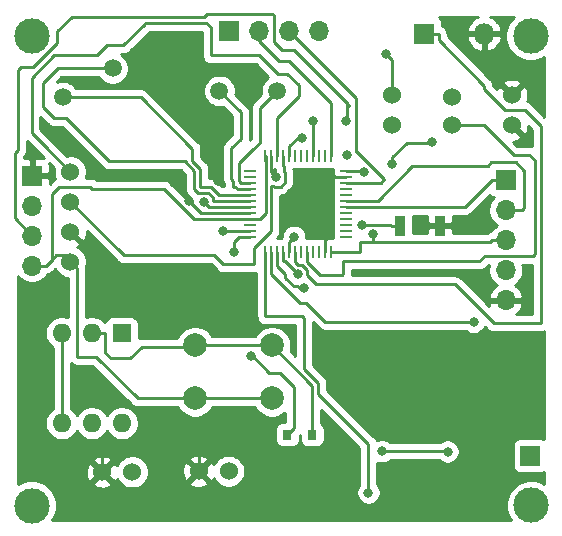
<source format=gtl>
G04 #@! TF.GenerationSoftware,KiCad,Pcbnew,5.1.6-c6e7f7d~87~ubuntu18.04.1*
G04 #@! TF.CreationDate,2020-07-22T22:23:17+05:30*
G04 #@! TF.ProjectId,Sensor_pcb_v1,53656e73-6f72-45f7-9063-625f76312e6b,rev?*
G04 #@! TF.SameCoordinates,Original*
G04 #@! TF.FileFunction,Copper,L1,Top*
G04 #@! TF.FilePolarity,Positive*
%FSLAX46Y46*%
G04 Gerber Fmt 4.6, Leading zero omitted, Abs format (unit mm)*
G04 Created by KiCad (PCBNEW 5.1.6-c6e7f7d~87~ubuntu18.04.1) date 2020-07-22 22:23:17*
%MOMM*%
%LPD*%
G01*
G04 APERTURE LIST*
G04 #@! TA.AperFunction,ComponentPad*
%ADD10C,1.524000*%
G04 #@! TD*
G04 #@! TA.AperFunction,SMDPad,CuDef*
%ADD11R,0.230000X1.000000*%
G04 #@! TD*
G04 #@! TA.AperFunction,SMDPad,CuDef*
%ADD12R,1.000000X0.230000*%
G04 #@! TD*
G04 #@! TA.AperFunction,SMDPad,CuDef*
%ADD13R,0.900000X1.700000*%
G04 #@! TD*
G04 #@! TA.AperFunction,ComponentPad*
%ADD14R,1.700000X1.700000*%
G04 #@! TD*
G04 #@! TA.AperFunction,ComponentPad*
%ADD15O,1.700000X1.700000*%
G04 #@! TD*
G04 #@! TA.AperFunction,ComponentPad*
%ADD16C,2.000000*%
G04 #@! TD*
G04 #@! TA.AperFunction,ComponentPad*
%ADD17R,1.600000X1.600000*%
G04 #@! TD*
G04 #@! TA.AperFunction,ComponentPad*
%ADD18O,1.600000X1.600000*%
G04 #@! TD*
G04 #@! TA.AperFunction,SMDPad,CuDef*
%ADD19R,0.800000X0.900000*%
G04 #@! TD*
G04 #@! TA.AperFunction,ComponentPad*
%ADD20O,1.800000X1.800000*%
G04 #@! TD*
G04 #@! TA.AperFunction,ComponentPad*
%ADD21R,1.800000X1.800000*%
G04 #@! TD*
G04 #@! TA.AperFunction,ComponentPad*
%ADD22C,1.500000*%
G04 #@! TD*
G04 #@! TA.AperFunction,ViaPad*
%ADD23C,3.000000*%
G04 #@! TD*
G04 #@! TA.AperFunction,ViaPad*
%ADD24C,0.800000*%
G04 #@! TD*
G04 #@! TA.AperFunction,Conductor*
%ADD25C,0.250000*%
G04 #@! TD*
G04 #@! TA.AperFunction,Conductor*
%ADD26C,0.254000*%
G04 #@! TD*
G04 APERTURE END LIST*
D10*
X60410000Y-26090000D03*
X55330000Y-25890000D03*
X65490000Y-25890000D03*
X65490000Y-28430000D03*
X60410000Y-28430000D03*
X55330000Y-28430000D03*
D11*
X49704000Y-31024000D03*
D12*
X43354000Y-32294000D03*
X43354000Y-32802000D03*
X43354000Y-33310000D03*
X43354000Y-33818000D03*
X43354000Y-34326000D03*
X43354000Y-34834000D03*
X43354000Y-35342000D03*
X43354000Y-35850000D03*
X43354000Y-36358000D03*
X43354000Y-36866000D03*
X43354000Y-37374000D03*
X43354000Y-37882000D03*
D11*
X44624000Y-39152000D03*
X45132000Y-39152000D03*
X46148000Y-39152000D03*
X46656000Y-39152000D03*
X47164000Y-39152000D03*
X47672000Y-39152000D03*
X48180000Y-39152000D03*
X48688000Y-39152000D03*
X49196000Y-39152000D03*
X49704000Y-39152000D03*
X50212000Y-39152000D03*
D12*
X51482000Y-37374000D03*
X51482000Y-36866000D03*
X51482000Y-36358000D03*
X51482000Y-35850000D03*
X51482000Y-35342000D03*
X51482000Y-34834000D03*
X51482000Y-34326000D03*
X51482000Y-33818000D03*
X51482000Y-33310000D03*
X51482000Y-32802000D03*
X51482000Y-32294000D03*
D11*
X50212000Y-31024000D03*
X49196000Y-31024000D03*
X48688000Y-31024000D03*
X48180000Y-31024000D03*
X47672000Y-31024000D03*
X47164000Y-31024000D03*
X46656000Y-31024000D03*
X46148000Y-31024000D03*
X45640000Y-31024000D03*
X45132000Y-31024000D03*
X44624000Y-31024000D03*
D12*
X51482000Y-37882000D03*
D11*
X45640000Y-39152000D03*
D13*
X59430000Y-36950000D03*
X56030000Y-36950000D03*
D14*
X67050000Y-56420000D03*
X24860000Y-32700000D03*
D15*
X24860000Y-35240000D03*
X24860000Y-37780000D03*
X24860000Y-40320000D03*
D10*
X33340000Y-57800000D03*
X30800000Y-57810000D03*
X41510000Y-57740000D03*
X38970000Y-57750000D03*
D16*
X38680000Y-51570000D03*
X38680000Y-47070000D03*
X45180000Y-51570000D03*
X45180000Y-47070000D03*
D17*
X32460000Y-46060000D03*
D18*
X27380000Y-53680000D03*
X29920000Y-46060000D03*
X29920000Y-53680000D03*
X27380000Y-46060000D03*
X32460000Y-53680000D03*
D19*
X46490000Y-54630000D03*
X48590000Y-54630000D03*
D15*
X64970000Y-43260000D03*
X64970000Y-40720000D03*
X64970000Y-38180000D03*
X64970000Y-35640000D03*
D14*
X64970000Y-33100000D03*
D15*
X49170000Y-20450000D03*
X46630000Y-20450000D03*
X44090000Y-20450000D03*
D14*
X41550000Y-20450000D03*
D20*
X63140000Y-20710000D03*
D21*
X58060000Y-20710000D03*
D10*
X28100000Y-40000000D03*
X28100000Y-37460000D03*
X28100000Y-34920000D03*
X28100000Y-32380000D03*
D22*
X40730000Y-25540000D03*
X45610000Y-25540000D03*
X27460000Y-26060000D03*
X31686204Y-23620000D03*
D23*
X24830000Y-20910000D03*
X67083940Y-20894040D03*
X24830000Y-60640000D03*
X67144900Y-60624720D03*
D24*
X52821000Y-36916700D03*
X39399300Y-34933700D03*
X52981992Y-32408008D03*
X53750000Y-37691700D03*
X54495700Y-56047640D03*
X60048140Y-56080660D03*
X54828440Y-22397720D03*
X47757800Y-29483600D03*
X55369460Y-31752540D03*
X58689240Y-29875480D03*
X41965880Y-39189660D03*
X53340000Y-59553300D03*
X62245200Y-45086500D03*
X47343200Y-41060000D03*
X47060600Y-37894300D03*
X47907400Y-42257400D03*
X43366100Y-47998200D03*
X51485800Y-28092400D03*
X48686720Y-28082240D03*
X41056560Y-37398960D03*
X46606460Y-35963860D03*
X46817280Y-34140140D03*
X47731680Y-57424320D03*
X31899860Y-42986960D03*
X31920180Y-40594280D03*
X38164808Y-34875192D03*
X49700000Y-37691700D03*
X60770000Y-36890000D03*
X47990000Y-32810000D03*
X45490000Y-32790000D03*
X54988460Y-57497980D03*
X62247780Y-57467500D03*
X61641732Y-41227752D03*
X59801760Y-50904140D03*
X62349380Y-50904140D03*
X39161720Y-27147520D03*
X33451800Y-25072340D03*
X36017200Y-21633180D03*
X40622220Y-33195260D03*
X40604440Y-31239460D03*
X51513740Y-30942280D03*
D25*
X56030000Y-36950000D02*
X55254700Y-36950000D01*
X52821000Y-36916700D02*
X55221400Y-36916700D01*
X55221400Y-36916700D02*
X55254700Y-36950000D01*
X39399300Y-34933700D02*
X39807600Y-35342000D01*
X39807600Y-35342000D02*
X43354000Y-35342000D01*
X45610000Y-25540000D02*
X44173700Y-26976300D01*
X44173700Y-26976300D02*
X44173700Y-29924300D01*
X44124320Y-29924300D02*
X43568620Y-30480000D01*
X44173700Y-29924300D02*
X44124320Y-29924300D01*
X42571998Y-33310000D02*
X42405300Y-33143302D01*
X43354000Y-33310000D02*
X42571998Y-33310000D01*
X42405300Y-31643320D02*
X43568620Y-30480000D01*
X42405300Y-33143302D02*
X42405300Y-31643320D01*
X43354000Y-33818000D02*
X42528700Y-33818000D01*
X40730000Y-25540000D02*
X42528700Y-27338700D01*
X42528700Y-27338700D02*
X42528700Y-29589520D01*
X41905470Y-33185350D02*
X41905470Y-33703260D01*
X41889680Y-33147000D02*
X41889680Y-33169560D01*
X41889680Y-33169560D02*
X41905470Y-33185350D01*
X42238100Y-33818000D02*
X42528700Y-33818000D01*
X42123360Y-33703260D02*
X42238100Y-33818000D01*
X41905470Y-33703260D02*
X42123360Y-33703260D01*
X41737280Y-30380940D02*
X41737280Y-32994600D01*
X41737280Y-30380940D02*
X42528700Y-29589520D01*
X41737280Y-32994600D02*
X41889680Y-33147000D01*
X42280400Y-34326000D02*
X43354000Y-34326000D01*
X40653712Y-34333990D02*
X42272410Y-34333990D01*
X39978411Y-33658689D02*
X40653712Y-34333990D01*
X39109529Y-33658689D02*
X39978411Y-33658689D01*
X34073000Y-26060000D02*
X38442550Y-30429550D01*
X27460000Y-26060000D02*
X34073000Y-26060000D01*
X38442550Y-30429550D02*
X38442550Y-31461230D01*
X39100590Y-32119270D02*
X39100590Y-33649750D01*
X42272410Y-34333990D02*
X42280400Y-34326000D01*
X38442550Y-31461230D02*
X39100590Y-32119270D01*
X39100590Y-33649750D02*
X39109529Y-33658689D01*
X41108200Y-34834000D02*
X43354000Y-34834000D01*
X40178160Y-34834000D02*
X41108200Y-34834000D01*
X26712210Y-27834890D02*
X27707290Y-27834890D01*
X39020458Y-34165540D02*
X39027299Y-34158699D01*
X25788620Y-24864060D02*
X25788620Y-26911300D01*
X40174301Y-34561699D02*
X40174301Y-34830141D01*
X37779200Y-31505000D02*
X38600580Y-32326380D01*
X38600580Y-32326380D02*
X38600580Y-33883800D01*
X27707290Y-27834890D02*
X31377400Y-31505000D01*
X25788620Y-26911300D02*
X26712210Y-27834890D01*
X39771301Y-34158699D02*
X40174301Y-34561699D01*
X27032680Y-23620000D02*
X25788620Y-24864060D01*
X31377400Y-31505000D02*
X37779200Y-31505000D01*
X38600580Y-33883800D02*
X38882320Y-34165540D01*
X38882320Y-34165540D02*
X39020458Y-34165540D01*
X31686200Y-23620000D02*
X27032680Y-23620000D01*
X39027299Y-34158699D02*
X39771301Y-34158699D01*
X40174301Y-34830141D02*
X40178160Y-34834000D01*
X27380000Y-46060000D02*
X27380000Y-53680000D01*
X45180000Y-51570000D02*
X38680000Y-51570000D01*
X28100000Y-40000000D02*
X27532300Y-39432300D01*
X27532300Y-39432300D02*
X26964600Y-39432300D01*
X44624000Y-31024000D02*
X44629700Y-31029700D01*
X44629700Y-31029700D02*
X44629700Y-35907600D01*
X44629700Y-35907600D02*
X44179300Y-36358000D01*
X26964600Y-39432300D02*
X26923000Y-39432300D01*
X36014900Y-33821300D02*
X38551600Y-36358000D01*
X38551600Y-36358000D02*
X43354000Y-36358000D01*
X24860000Y-40320000D02*
X26035300Y-40320000D01*
X64970000Y-38180000D02*
X63794700Y-38180000D01*
X63794700Y-38180000D02*
X63652300Y-38322400D01*
X51482000Y-32294000D02*
X52867984Y-32294000D01*
X52867984Y-32294000D02*
X52981992Y-32408008D01*
X53750000Y-38254800D02*
X53682400Y-38322400D01*
X53750000Y-37691700D02*
X53750000Y-38254800D01*
X63652300Y-38322400D02*
X53682400Y-38322400D01*
X30292240Y-48059140D02*
X33803100Y-51570000D01*
X28650000Y-48025120D02*
X28684020Y-48059140D01*
X28684020Y-48059140D02*
X30292240Y-48059140D01*
X28650000Y-40550000D02*
X28650000Y-48025120D01*
X33803100Y-51570000D02*
X38680000Y-51570000D01*
X28100000Y-40000000D02*
X28650000Y-40550000D01*
X29838720Y-33821300D02*
X29838720Y-33658880D01*
X29838720Y-33821300D02*
X36014900Y-33821300D01*
X29838720Y-33658880D02*
X29811980Y-33632140D01*
X29811980Y-33632140D02*
X27175460Y-33632140D01*
X26516500Y-34291100D02*
X26516500Y-39838800D01*
X27175460Y-33632140D02*
X26516500Y-34291100D01*
X26923000Y-39432300D02*
X26516500Y-39838800D01*
X26516500Y-39838800D02*
X26035300Y-40320000D01*
X54495700Y-56047640D02*
X60015120Y-56047640D01*
X60015120Y-56047640D02*
X60048140Y-56080660D01*
X50212000Y-39152000D02*
X52633440Y-39152000D01*
X52658160Y-39127280D02*
X52658160Y-38322400D01*
X52633440Y-39152000D02*
X52658160Y-39127280D01*
X53682400Y-38322400D02*
X52658160Y-38322400D01*
X43957680Y-36358000D02*
X43354000Y-36358000D01*
X44179300Y-36358000D02*
X43957680Y-36358000D01*
X55330000Y-22899280D02*
X55330000Y-25890000D01*
X54828440Y-22397720D02*
X55330000Y-22899280D01*
X46656000Y-31024000D02*
X46656000Y-30198700D01*
X47757800Y-29483600D02*
X47371100Y-29483600D01*
X47371100Y-29483600D02*
X46656000Y-30198700D01*
X55369460Y-31752540D02*
X55369460Y-31170880D01*
X55369460Y-31170880D02*
X56614060Y-29926280D01*
X56614060Y-29926280D02*
X58638440Y-29926280D01*
X58638440Y-29926280D02*
X58689240Y-29875480D01*
X66958390Y-30946270D02*
X65627070Y-30946270D01*
X67409060Y-39347140D02*
X67409060Y-31396940D01*
X63110800Y-28430000D02*
X60410000Y-28430000D01*
X67261201Y-39494999D02*
X67409060Y-39347140D01*
X65627070Y-30946270D02*
X63110800Y-28430000D01*
X63366741Y-39494999D02*
X67261201Y-39494999D01*
X62742200Y-39977300D02*
X63220280Y-39499220D01*
X63220280Y-39499220D02*
X63362520Y-39499220D01*
X67409060Y-31396940D02*
X66958390Y-30946270D01*
X63362520Y-39499220D02*
X63366741Y-39494999D01*
X48180000Y-39152000D02*
X48180000Y-40042678D01*
X48180000Y-40042678D02*
X49234522Y-41097200D01*
X49234522Y-41097200D02*
X51125120Y-41097200D01*
X51221400Y-41000920D02*
X51221400Y-39977300D01*
X51125120Y-41097200D02*
X51221400Y-41000920D01*
X51221400Y-39977300D02*
X62742200Y-39977300D01*
X57049700Y-31924600D02*
X54140300Y-34834000D01*
X54140300Y-34834000D02*
X51482000Y-34834000D01*
X63438380Y-31924600D02*
X63438380Y-31859880D01*
X63438380Y-31924600D02*
X57049700Y-31924600D01*
X63438380Y-31859880D02*
X63746380Y-31551880D01*
X65796882Y-31551880D02*
X66540380Y-32295378D01*
X63746380Y-31551880D02*
X65796882Y-31551880D01*
X66540380Y-32295378D02*
X66540380Y-35458400D01*
X66358780Y-35640000D02*
X64970000Y-35640000D01*
X66540380Y-35458400D02*
X66358780Y-35640000D01*
X64970000Y-33100000D02*
X63794700Y-33100000D01*
X63794700Y-33100000D02*
X61552700Y-35342000D01*
X61552700Y-35342000D02*
X51482000Y-35342000D01*
X52090000Y-33310000D02*
X51482000Y-33310000D01*
X52307300Y-26127300D02*
X52307300Y-30722700D01*
X46630000Y-20450000D02*
X52307300Y-26127300D01*
X52307300Y-30722700D02*
X52392700Y-30722700D01*
X52392700Y-30722700D02*
X54680000Y-33010000D01*
X54680000Y-33010000D02*
X54380000Y-33310000D01*
X54380000Y-33310000D02*
X52090000Y-33310000D01*
X50212000Y-27747300D02*
X50212000Y-31024000D01*
X50212000Y-26564600D02*
X50212000Y-27747300D01*
X44090000Y-20450000D02*
X44090000Y-21285880D01*
X45808900Y-23004780D02*
X46652180Y-23004780D01*
X44090000Y-21285880D02*
X45808900Y-23004780D01*
X46652180Y-23004780D02*
X50212000Y-26564600D01*
X63163600Y-25101400D02*
X59285300Y-21223100D01*
X63163600Y-25406500D02*
X63163600Y-25101400D01*
X48127920Y-40697718D02*
X48127920Y-41132760D01*
X60660360Y-41917700D02*
X63957200Y-45214540D01*
X47715201Y-40284999D02*
X48127920Y-40697718D01*
X47164000Y-39152000D02*
X47164000Y-40046920D01*
X47402079Y-40284999D02*
X47715201Y-40284999D01*
X67975480Y-28547060D02*
X67100200Y-27671780D01*
X47164000Y-40046920D02*
X47402079Y-40284999D01*
X48912860Y-41917700D02*
X60660360Y-41917700D01*
X63957200Y-45214540D02*
X67922140Y-45214540D01*
X59285300Y-21223100D02*
X59285300Y-20710000D01*
X67922140Y-45214540D02*
X67975480Y-45161200D01*
X67100200Y-27620980D02*
X66608960Y-27129740D01*
X67975480Y-45161200D02*
X67975480Y-28547060D01*
X59285300Y-20710000D02*
X58060000Y-20710000D01*
X66608960Y-27129740D02*
X64886840Y-27129740D01*
X67100200Y-27671780D02*
X67100200Y-27620980D01*
X48127920Y-41132760D02*
X48912860Y-41917700D01*
X64886840Y-27129740D02*
X63163600Y-25406500D01*
X43354000Y-37882000D02*
X42528700Y-37882000D01*
X42528700Y-37882000D02*
X42384540Y-37882000D01*
X41965880Y-38300660D02*
X41965880Y-39189660D01*
X42384540Y-37882000D02*
X41965880Y-38300660D01*
X53340000Y-55415180D02*
X53340000Y-59553300D01*
X49090010Y-51213450D02*
X53291740Y-55415180D01*
X44624000Y-39152000D02*
X44624000Y-44632500D01*
X47759240Y-44632500D02*
X47909040Y-44782300D01*
X53291740Y-55415180D02*
X53340000Y-55415180D01*
X47909040Y-44782300D02*
X47909040Y-49091920D01*
X47909040Y-49091920D02*
X49090010Y-50272890D01*
X44624000Y-44632500D02*
X47759240Y-44632500D01*
X49090010Y-50272890D02*
X49090010Y-51213450D01*
X49707000Y-45086400D02*
X62245200Y-45086400D01*
X62245200Y-45086400D02*
X62245200Y-45086500D01*
X45132000Y-39688760D02*
X45125640Y-39695120D01*
X45132000Y-39152000D02*
X45132000Y-39688760D01*
X45125640Y-39695120D02*
X45125640Y-41028620D01*
X47570220Y-43473200D02*
X48093800Y-43473200D01*
X45125640Y-41028620D02*
X47570220Y-43473200D01*
X48093800Y-43473200D02*
X49707000Y-45086400D01*
X46148000Y-39152000D02*
X46148000Y-39977300D01*
X46148000Y-39977300D02*
X46260500Y-39977300D01*
X46260500Y-39977300D02*
X47343200Y-41060000D01*
X47060600Y-37894300D02*
X46656000Y-38298900D01*
X46656000Y-38298900D02*
X46656000Y-39152000D01*
X40302600Y-39451700D02*
X32631700Y-39451700D01*
X32631700Y-39451700D02*
X28100000Y-34920000D01*
X46265001Y-33275099D02*
X45904851Y-33635249D01*
X46265001Y-32417999D02*
X46265001Y-33275099D01*
X43695430Y-40197850D02*
X43680000Y-40213280D01*
X46224180Y-32377178D02*
X46265001Y-32417999D01*
X45330242Y-33604200D02*
X45156120Y-33604200D01*
X46148000Y-31903660D02*
X46224180Y-31903660D01*
X45156120Y-33604200D02*
X45129710Y-33630610D01*
X46224180Y-31903660D02*
X46224180Y-32377178D01*
X46148000Y-31024000D02*
X46148000Y-31903660D01*
X45129710Y-37396292D02*
X43695430Y-38830572D01*
X45904851Y-33635249D02*
X45361291Y-33635249D01*
X45129710Y-33630610D02*
X45129710Y-37396292D01*
X43695430Y-38830572D02*
X43695430Y-40197850D01*
X45361291Y-33635249D02*
X45330242Y-33604200D01*
X41064180Y-40213280D02*
X40302600Y-39451700D01*
X43680000Y-40213280D02*
X41064180Y-40213280D01*
X25925100Y-30205100D02*
X28100000Y-32380000D01*
X25920120Y-30205100D02*
X25925100Y-30205100D01*
X24818340Y-29103320D02*
X25920120Y-30205100D01*
X26757660Y-22515800D02*
X24818340Y-24455120D01*
X46462920Y-24075360D02*
X45667960Y-24075360D01*
X47464980Y-25077420D02*
X46462920Y-24075360D01*
X45667960Y-24075360D02*
X44108400Y-22515800D01*
X24818340Y-24455120D02*
X24818340Y-29103320D01*
X45640000Y-27820900D02*
X47464980Y-25995920D01*
X40003700Y-20166300D02*
X39603680Y-19766280D01*
X34433910Y-19835730D02*
X32593280Y-21676360D01*
X31231840Y-21676360D02*
X30392400Y-22515800D01*
X47464980Y-25995920D02*
X47464980Y-25077420D01*
X45640000Y-31024000D02*
X45640000Y-27820900D01*
X44108400Y-22515800D02*
X40003700Y-22515800D01*
X30392400Y-22515800D02*
X26757660Y-22515800D01*
X32593280Y-21676360D02*
X31231840Y-21676360D01*
X39603680Y-19766280D02*
X34434780Y-19766280D01*
X34434780Y-19766280D02*
X34433910Y-19765410D01*
X40003700Y-22515800D02*
X40003700Y-20166300D01*
X34433910Y-19765410D02*
X34433910Y-19835730D01*
X45640000Y-39152000D02*
X45640000Y-40382500D01*
X47514900Y-42257400D02*
X47907400Y-42257400D01*
X46319290Y-41061790D02*
X46319290Y-41345970D01*
X45640000Y-40382500D02*
X46319290Y-41061790D01*
X46319290Y-41345970D02*
X47032060Y-42058740D01*
X47032060Y-42058740D02*
X47316240Y-42058740D01*
X47316240Y-42058740D02*
X47514900Y-42257400D01*
X44934920Y-49403220D02*
X45854840Y-49403220D01*
X47025560Y-50573940D02*
X47025560Y-54094440D01*
X43366100Y-47998200D02*
X43529900Y-47998200D01*
X47025560Y-54094440D02*
X46490000Y-54630000D01*
X45854840Y-49403220D02*
X47025560Y-50573940D01*
X43529900Y-47998200D02*
X44934920Y-49403220D01*
X45180000Y-47070000D02*
X38680000Y-47070000D01*
X48590000Y-54630000D02*
X48590000Y-50480000D01*
X48590000Y-50480000D02*
X45180000Y-47070000D01*
X31045300Y-46060000D02*
X31045300Y-47697540D01*
X31534100Y-48186340D02*
X33190180Y-48186340D01*
X38564700Y-47185300D02*
X38680000Y-47070000D01*
X34191220Y-47185300D02*
X38564700Y-47185300D01*
X29920000Y-46060000D02*
X31045300Y-46060000D01*
X31045300Y-47697540D02*
X31534100Y-48186340D01*
X33190180Y-48186340D02*
X34191220Y-47185300D01*
X48688000Y-31024000D02*
X48688000Y-30241998D01*
X51490750Y-28087450D02*
X51485800Y-28092400D01*
X51490750Y-26550750D02*
X51490750Y-28087450D01*
X51490750Y-26550750D02*
X51740000Y-26800000D01*
X48686720Y-31022720D02*
X48688000Y-31024000D01*
X48686720Y-28082240D02*
X48686720Y-31022720D01*
X23410010Y-36330010D02*
X24860000Y-37780000D01*
X23684600Y-30534240D02*
X23410010Y-30808830D01*
X39456860Y-19265400D02*
X28222440Y-19265400D01*
X23684600Y-23803240D02*
X23684600Y-30534240D01*
X45315001Y-19125061D02*
X45199950Y-19010010D01*
X47040000Y-22100000D02*
X46060000Y-22100000D01*
X23410010Y-30808830D02*
X23410010Y-36330010D01*
X46060000Y-22100000D02*
X45444200Y-21484200D01*
X39712250Y-19010010D02*
X39456860Y-19265400D01*
X45444200Y-21484200D02*
X45436400Y-21484200D01*
X45436400Y-21484200D02*
X45315001Y-21362801D01*
X45199950Y-19010010D02*
X39712250Y-19010010D01*
X51490750Y-26550750D02*
X47040000Y-22100000D01*
X45315001Y-21362801D02*
X45315001Y-19125061D01*
X27009090Y-21505912D02*
X24966662Y-23548340D01*
X27009090Y-20478750D02*
X27009090Y-21505912D01*
X28222440Y-19265400D02*
X27009090Y-20478750D01*
X23939500Y-23548340D02*
X23684600Y-23803240D01*
X24966662Y-23548340D02*
X23939500Y-23548340D01*
X43354000Y-37374000D02*
X41860200Y-37374000D01*
X41835240Y-37398960D02*
X41860200Y-37374000D01*
X41056560Y-37398960D02*
X41835240Y-37398960D01*
X31899860Y-40614600D02*
X31920180Y-40594280D01*
X31899860Y-42986960D02*
X31899860Y-40614600D01*
X39139616Y-35850000D02*
X38164808Y-34875192D01*
X43354000Y-35850000D02*
X39139616Y-35850000D01*
X49704000Y-39152000D02*
X49704000Y-37695700D01*
X49704000Y-37695700D02*
X49700000Y-37691700D01*
X59430000Y-36950000D02*
X60710000Y-36950000D01*
X60710000Y-36950000D02*
X60770000Y-36890000D01*
X47998000Y-32802000D02*
X47990000Y-32810000D01*
X45132000Y-32432000D02*
X45490000Y-32790000D01*
X45132000Y-31024000D02*
X45132000Y-32432000D01*
X31234280Y-40594280D02*
X28100000Y-37460000D01*
X31920180Y-40594280D02*
X31234280Y-40594280D01*
X44757340Y-57424320D02*
X47731680Y-57424320D01*
X42895520Y-59286140D02*
X44757340Y-57424320D01*
X40097001Y-58877001D02*
X40129261Y-58877001D01*
X41646622Y-59286140D02*
X42895520Y-59286140D01*
X38970000Y-57750000D02*
X40097001Y-58877001D01*
X40129261Y-58877001D02*
X40568880Y-59316620D01*
X41616142Y-59316620D02*
X41646622Y-59286140D01*
X40568880Y-59316620D02*
X41616142Y-59316620D01*
X54988460Y-57497980D02*
X62217300Y-57497980D01*
X62217300Y-57497980D02*
X62247780Y-57467500D01*
X64970000Y-43260000D02*
X63673980Y-43260000D01*
X63673980Y-43260000D02*
X61641732Y-41227752D01*
X59801760Y-50904140D02*
X62349380Y-50904140D01*
X39161720Y-27147520D02*
X39161720Y-25560020D01*
X39161720Y-25560020D02*
X38183820Y-24582120D01*
X33530540Y-24582120D02*
X33451800Y-24660860D01*
X33451800Y-24660860D02*
X33451800Y-25072340D01*
X50713200Y-32802000D02*
X50699998Y-32802000D01*
X51482000Y-32802000D02*
X50713200Y-32802000D01*
X36017200Y-21633180D02*
X36017200Y-24554180D01*
X38183820Y-24582120D02*
X35989260Y-24582120D01*
X36017200Y-24554180D02*
X35989260Y-24582120D01*
X35989260Y-24582120D02*
X33530540Y-24582120D01*
X40622220Y-33195260D02*
X40622220Y-31257240D01*
X40622220Y-31257240D02*
X40604440Y-31239460D01*
X38970000Y-57750000D02*
X38970000Y-56295340D01*
X38970000Y-56295340D02*
X38346380Y-55671720D01*
X38346380Y-55671720D02*
X31473140Y-55671720D01*
X30800000Y-56344860D02*
X30800000Y-57810000D01*
X31473140Y-55671720D02*
X30800000Y-56344860D01*
X49700000Y-33465200D02*
X49036800Y-32802000D01*
X50713200Y-32802000D02*
X49036800Y-32802000D01*
X49700000Y-37691700D02*
X49700000Y-33465200D01*
X49036800Y-32802000D02*
X47998000Y-32802000D01*
X46606460Y-34180780D02*
X46631860Y-34155380D01*
X46606460Y-35963860D02*
X46606460Y-34970720D01*
X46817280Y-34759900D02*
X46817280Y-34140140D01*
X46606460Y-34970720D02*
X46817280Y-34759900D01*
D26*
G36*
X26861995Y-40661727D02*
G01*
X27014880Y-40890535D01*
X27209465Y-41085120D01*
X27438273Y-41238005D01*
X27692510Y-41343314D01*
X27890000Y-41382597D01*
X27890001Y-44718017D01*
X27798574Y-44680147D01*
X27521335Y-44625000D01*
X27238665Y-44625000D01*
X26961426Y-44680147D01*
X26700273Y-44788320D01*
X26465241Y-44945363D01*
X26265363Y-45145241D01*
X26108320Y-45380273D01*
X26000147Y-45641426D01*
X25945000Y-45918665D01*
X25945000Y-46201335D01*
X26000147Y-46478574D01*
X26108320Y-46739727D01*
X26265363Y-46974759D01*
X26465241Y-47174637D01*
X26620000Y-47278044D01*
X26620001Y-52461956D01*
X26465241Y-52565363D01*
X26265363Y-52765241D01*
X26108320Y-53000273D01*
X26000147Y-53261426D01*
X25945000Y-53538665D01*
X25945000Y-53821335D01*
X26000147Y-54098574D01*
X26108320Y-54359727D01*
X26265363Y-54594759D01*
X26465241Y-54794637D01*
X26700273Y-54951680D01*
X26961426Y-55059853D01*
X27238665Y-55115000D01*
X27521335Y-55115000D01*
X27798574Y-55059853D01*
X28059727Y-54951680D01*
X28294759Y-54794637D01*
X28494637Y-54594759D01*
X28650000Y-54362241D01*
X28805363Y-54594759D01*
X29005241Y-54794637D01*
X29240273Y-54951680D01*
X29501426Y-55059853D01*
X29778665Y-55115000D01*
X30061335Y-55115000D01*
X30338574Y-55059853D01*
X30599727Y-54951680D01*
X30834759Y-54794637D01*
X31034637Y-54594759D01*
X31190000Y-54362241D01*
X31345363Y-54594759D01*
X31545241Y-54794637D01*
X31780273Y-54951680D01*
X32041426Y-55059853D01*
X32318665Y-55115000D01*
X32601335Y-55115000D01*
X32878574Y-55059853D01*
X33139727Y-54951680D01*
X33374759Y-54794637D01*
X33574637Y-54594759D01*
X33731680Y-54359727D01*
X33839853Y-54098574D01*
X33895000Y-53821335D01*
X33895000Y-53538665D01*
X33839853Y-53261426D01*
X33731680Y-53000273D01*
X33574637Y-52765241D01*
X33374759Y-52565363D01*
X33139727Y-52408320D01*
X32878574Y-52300147D01*
X32601335Y-52245000D01*
X32318665Y-52245000D01*
X32041426Y-52300147D01*
X31780273Y-52408320D01*
X31545241Y-52565363D01*
X31345363Y-52765241D01*
X31190000Y-52997759D01*
X31034637Y-52765241D01*
X30834759Y-52565363D01*
X30599727Y-52408320D01*
X30338574Y-52300147D01*
X30061335Y-52245000D01*
X29778665Y-52245000D01*
X29501426Y-52300147D01*
X29240273Y-52408320D01*
X29005241Y-52565363D01*
X28805363Y-52765241D01*
X28650000Y-52997759D01*
X28494637Y-52765241D01*
X28294759Y-52565363D01*
X28140000Y-52461957D01*
X28140000Y-48594244D01*
X28144019Y-48599141D01*
X28259744Y-48694114D01*
X28391773Y-48764686D01*
X28535034Y-48808143D01*
X28646687Y-48819140D01*
X28684020Y-48822817D01*
X28721353Y-48819140D01*
X29977439Y-48819140D01*
X33239301Y-52081003D01*
X33263099Y-52110001D01*
X33378824Y-52204974D01*
X33510853Y-52275546D01*
X33654114Y-52319003D01*
X33765767Y-52330000D01*
X33765777Y-52330000D01*
X33803100Y-52333676D01*
X33840423Y-52330000D01*
X37225091Y-52330000D01*
X37231082Y-52344463D01*
X37410013Y-52612252D01*
X37637748Y-52839987D01*
X37905537Y-53018918D01*
X38203088Y-53142168D01*
X38518967Y-53205000D01*
X38841033Y-53205000D01*
X39156912Y-53142168D01*
X39454463Y-53018918D01*
X39722252Y-52839987D01*
X39949987Y-52612252D01*
X40128918Y-52344463D01*
X40134909Y-52330000D01*
X43725091Y-52330000D01*
X43731082Y-52344463D01*
X43910013Y-52612252D01*
X44137748Y-52839987D01*
X44405537Y-53018918D01*
X44703088Y-53142168D01*
X45018967Y-53205000D01*
X45341033Y-53205000D01*
X45656912Y-53142168D01*
X45954463Y-53018918D01*
X46222252Y-52839987D01*
X46265561Y-52796678D01*
X46265561Y-53541928D01*
X46090000Y-53541928D01*
X45965518Y-53554188D01*
X45845820Y-53590498D01*
X45735506Y-53649463D01*
X45638815Y-53728815D01*
X45559463Y-53825506D01*
X45500498Y-53935820D01*
X45464188Y-54055518D01*
X45451928Y-54180000D01*
X45451928Y-55080000D01*
X45464188Y-55204482D01*
X45500498Y-55324180D01*
X45559463Y-55434494D01*
X45638815Y-55531185D01*
X45735506Y-55610537D01*
X45845820Y-55669502D01*
X45965518Y-55705812D01*
X46090000Y-55718072D01*
X46890000Y-55718072D01*
X47014482Y-55705812D01*
X47134180Y-55669502D01*
X47244494Y-55610537D01*
X47341185Y-55531185D01*
X47420537Y-55434494D01*
X47479502Y-55324180D01*
X47515812Y-55204482D01*
X47528072Y-55080000D01*
X47528072Y-54666730D01*
X47536562Y-54658240D01*
X47551928Y-54645629D01*
X47551928Y-55080000D01*
X47564188Y-55204482D01*
X47600498Y-55324180D01*
X47659463Y-55434494D01*
X47738815Y-55531185D01*
X47835506Y-55610537D01*
X47945820Y-55669502D01*
X48065518Y-55705812D01*
X48190000Y-55718072D01*
X48990000Y-55718072D01*
X49114482Y-55705812D01*
X49234180Y-55669502D01*
X49344494Y-55610537D01*
X49441185Y-55531185D01*
X49520537Y-55434494D01*
X49579502Y-55324180D01*
X49615812Y-55204482D01*
X49628072Y-55080000D01*
X49628072Y-54180000D01*
X49615812Y-54055518D01*
X49579502Y-53935820D01*
X49520537Y-53825506D01*
X49441185Y-53728815D01*
X49350000Y-53653982D01*
X49350000Y-52548241D01*
X52580000Y-55778242D01*
X52580001Y-58849588D01*
X52536063Y-58893526D01*
X52422795Y-59063044D01*
X52344774Y-59251402D01*
X52305000Y-59451361D01*
X52305000Y-59655239D01*
X52344774Y-59855198D01*
X52422795Y-60043556D01*
X52536063Y-60213074D01*
X52680226Y-60357237D01*
X52849744Y-60470505D01*
X53038102Y-60548526D01*
X53238061Y-60588300D01*
X53441939Y-60588300D01*
X53641898Y-60548526D01*
X53830256Y-60470505D01*
X53999774Y-60357237D01*
X54143937Y-60213074D01*
X54257205Y-60043556D01*
X54335226Y-59855198D01*
X54375000Y-59655239D01*
X54375000Y-59451361D01*
X54335226Y-59251402D01*
X54257205Y-59063044D01*
X54143937Y-58893526D01*
X54100000Y-58849589D01*
X54100000Y-57004012D01*
X54193802Y-57042866D01*
X54393761Y-57082640D01*
X54597639Y-57082640D01*
X54797598Y-57042866D01*
X54985956Y-56964845D01*
X55155474Y-56851577D01*
X55199411Y-56807640D01*
X59311409Y-56807640D01*
X59388366Y-56884597D01*
X59557884Y-56997865D01*
X59746242Y-57075886D01*
X59946201Y-57115660D01*
X60150079Y-57115660D01*
X60350038Y-57075886D01*
X60538396Y-56997865D01*
X60707914Y-56884597D01*
X60852077Y-56740434D01*
X60965345Y-56570916D01*
X61043366Y-56382558D01*
X61083140Y-56182599D01*
X61083140Y-55978721D01*
X61043366Y-55778762D01*
X60965345Y-55590404D01*
X60852077Y-55420886D01*
X60707914Y-55276723D01*
X60538396Y-55163455D01*
X60350038Y-55085434D01*
X60150079Y-55045660D01*
X59946201Y-55045660D01*
X59746242Y-55085434D01*
X59557884Y-55163455D01*
X59388366Y-55276723D01*
X59377449Y-55287640D01*
X55199411Y-55287640D01*
X55155474Y-55243703D01*
X54985956Y-55130435D01*
X54797598Y-55052414D01*
X54597639Y-55012640D01*
X54393761Y-55012640D01*
X54193802Y-55052414D01*
X54041560Y-55115475D01*
X53974974Y-54990904D01*
X53880001Y-54875179D01*
X53764276Y-54780206D01*
X53694009Y-54742647D01*
X49850010Y-50898649D01*
X49850010Y-50310215D01*
X49853686Y-50272890D01*
X49850010Y-50235565D01*
X49850010Y-50235557D01*
X49839013Y-50123904D01*
X49795556Y-49980643D01*
X49724984Y-49848614D01*
X49630011Y-49732889D01*
X49601014Y-49709092D01*
X48669040Y-48777119D01*
X48669040Y-45123242D01*
X49143201Y-45597403D01*
X49166999Y-45626401D01*
X49282724Y-45721374D01*
X49414753Y-45791946D01*
X49558014Y-45835403D01*
X49669667Y-45846400D01*
X49669676Y-45846400D01*
X49706999Y-45850076D01*
X49744322Y-45846400D01*
X61541389Y-45846400D01*
X61585426Y-45890437D01*
X61754944Y-46003705D01*
X61943302Y-46081726D01*
X62143261Y-46121500D01*
X62347139Y-46121500D01*
X62547098Y-46081726D01*
X62735456Y-46003705D01*
X62904974Y-45890437D01*
X63049137Y-45746274D01*
X63162405Y-45576756D01*
X63186484Y-45518626D01*
X63393401Y-45725543D01*
X63417199Y-45754541D01*
X63532924Y-45849514D01*
X63664953Y-45920086D01*
X63808214Y-45963543D01*
X63919867Y-45974540D01*
X63919877Y-45974540D01*
X63957200Y-45978216D01*
X63994523Y-45974540D01*
X67884818Y-45974540D01*
X67922140Y-45978216D01*
X67959462Y-45974540D01*
X67959473Y-45974540D01*
X68071126Y-45963543D01*
X68214387Y-45920086D01*
X68250001Y-45901050D01*
X68250001Y-55037061D01*
X68144180Y-54980498D01*
X68024482Y-54944188D01*
X67900000Y-54931928D01*
X66200000Y-54931928D01*
X66075518Y-54944188D01*
X65955820Y-54980498D01*
X65845506Y-55039463D01*
X65748815Y-55118815D01*
X65669463Y-55215506D01*
X65610498Y-55325820D01*
X65574188Y-55445518D01*
X65561928Y-55570000D01*
X65561928Y-57270000D01*
X65574188Y-57394482D01*
X65610498Y-57514180D01*
X65669463Y-57624494D01*
X65748815Y-57721185D01*
X65845506Y-57800537D01*
X65955820Y-57859502D01*
X66075518Y-57895812D01*
X66200000Y-57908072D01*
X67900000Y-57908072D01*
X68024482Y-57895812D01*
X68144180Y-57859502D01*
X68250001Y-57802939D01*
X68250001Y-58795382D01*
X68156202Y-58732708D01*
X67767656Y-58571767D01*
X67355179Y-58489720D01*
X66934621Y-58489720D01*
X66522144Y-58571767D01*
X66133598Y-58732708D01*
X65783917Y-58966357D01*
X65486537Y-59263737D01*
X65252888Y-59613418D01*
X65091947Y-60001964D01*
X65009900Y-60414441D01*
X65009900Y-60834999D01*
X65091947Y-61247476D01*
X65252888Y-61636022D01*
X65395863Y-61850000D01*
X26589246Y-61850000D01*
X26722012Y-61651302D01*
X26882953Y-61262756D01*
X26965000Y-60850279D01*
X26965000Y-60429721D01*
X26882953Y-60017244D01*
X26722012Y-59628698D01*
X26488363Y-59279017D01*
X26190983Y-58981637D01*
X25882574Y-58775565D01*
X30014040Y-58775565D01*
X30081020Y-59015656D01*
X30330048Y-59132756D01*
X30597135Y-59199023D01*
X30872017Y-59211910D01*
X31144133Y-59170922D01*
X31403023Y-59077636D01*
X31518980Y-59015656D01*
X31585960Y-58775565D01*
X30800000Y-57989605D01*
X30014040Y-58775565D01*
X25882574Y-58775565D01*
X25841302Y-58747988D01*
X25452756Y-58587047D01*
X25040279Y-58505000D01*
X24619721Y-58505000D01*
X24207244Y-58587047D01*
X23818698Y-58747988D01*
X23670000Y-58847345D01*
X23670000Y-57882017D01*
X29398090Y-57882017D01*
X29439078Y-58154133D01*
X29532364Y-58413023D01*
X29594344Y-58528980D01*
X29834435Y-58595960D01*
X30620395Y-57810000D01*
X30979605Y-57810000D01*
X31765565Y-58595960D01*
X32005656Y-58528980D01*
X32071687Y-58388557D01*
X32101995Y-58461727D01*
X32254880Y-58690535D01*
X32449465Y-58885120D01*
X32678273Y-59038005D01*
X32932510Y-59143314D01*
X33202408Y-59197000D01*
X33477592Y-59197000D01*
X33747490Y-59143314D01*
X34001727Y-59038005D01*
X34230535Y-58885120D01*
X34400090Y-58715565D01*
X38184040Y-58715565D01*
X38251020Y-58955656D01*
X38500048Y-59072756D01*
X38767135Y-59139023D01*
X39042017Y-59151910D01*
X39314133Y-59110922D01*
X39573023Y-59017636D01*
X39688980Y-58955656D01*
X39755960Y-58715565D01*
X38970000Y-57929605D01*
X38184040Y-58715565D01*
X34400090Y-58715565D01*
X34425120Y-58690535D01*
X34578005Y-58461727D01*
X34683314Y-58207490D01*
X34737000Y-57937592D01*
X34737000Y-57822017D01*
X37568090Y-57822017D01*
X37609078Y-58094133D01*
X37702364Y-58353023D01*
X37764344Y-58468980D01*
X38004435Y-58535960D01*
X38790395Y-57750000D01*
X39149605Y-57750000D01*
X39935565Y-58535960D01*
X40175656Y-58468980D01*
X40241687Y-58328557D01*
X40271995Y-58401727D01*
X40424880Y-58630535D01*
X40619465Y-58825120D01*
X40848273Y-58978005D01*
X41102510Y-59083314D01*
X41372408Y-59137000D01*
X41647592Y-59137000D01*
X41917490Y-59083314D01*
X42171727Y-58978005D01*
X42400535Y-58825120D01*
X42595120Y-58630535D01*
X42748005Y-58401727D01*
X42853314Y-58147490D01*
X42907000Y-57877592D01*
X42907000Y-57602408D01*
X42853314Y-57332510D01*
X42748005Y-57078273D01*
X42595120Y-56849465D01*
X42400535Y-56654880D01*
X42171727Y-56501995D01*
X41917490Y-56396686D01*
X41647592Y-56343000D01*
X41372408Y-56343000D01*
X41102510Y-56396686D01*
X40848273Y-56501995D01*
X40619465Y-56654880D01*
X40424880Y-56849465D01*
X40271995Y-57078273D01*
X40240381Y-57154595D01*
X40237636Y-57146977D01*
X40175656Y-57031020D01*
X39935565Y-56964040D01*
X39149605Y-57750000D01*
X38790395Y-57750000D01*
X38004435Y-56964040D01*
X37764344Y-57031020D01*
X37647244Y-57280048D01*
X37580977Y-57547135D01*
X37568090Y-57822017D01*
X34737000Y-57822017D01*
X34737000Y-57662408D01*
X34683314Y-57392510D01*
X34578005Y-57138273D01*
X34425120Y-56909465D01*
X34300090Y-56784435D01*
X38184040Y-56784435D01*
X38970000Y-57570395D01*
X39755960Y-56784435D01*
X39688980Y-56544344D01*
X39439952Y-56427244D01*
X39172865Y-56360977D01*
X38897983Y-56348090D01*
X38625867Y-56389078D01*
X38366977Y-56482364D01*
X38251020Y-56544344D01*
X38184040Y-56784435D01*
X34300090Y-56784435D01*
X34230535Y-56714880D01*
X34001727Y-56561995D01*
X33747490Y-56456686D01*
X33477592Y-56403000D01*
X33202408Y-56403000D01*
X32932510Y-56456686D01*
X32678273Y-56561995D01*
X32449465Y-56714880D01*
X32254880Y-56909465D01*
X32101995Y-57138273D01*
X32070381Y-57214595D01*
X32067636Y-57206977D01*
X32005656Y-57091020D01*
X31765565Y-57024040D01*
X30979605Y-57810000D01*
X30620395Y-57810000D01*
X29834435Y-57024040D01*
X29594344Y-57091020D01*
X29477244Y-57340048D01*
X29410977Y-57607135D01*
X29398090Y-57882017D01*
X23670000Y-57882017D01*
X23670000Y-56844435D01*
X30014040Y-56844435D01*
X30800000Y-57630395D01*
X31585960Y-56844435D01*
X31518980Y-56604344D01*
X31269952Y-56487244D01*
X31002865Y-56420977D01*
X30727983Y-56408090D01*
X30455867Y-56449078D01*
X30196977Y-56542364D01*
X30081020Y-56604344D01*
X30014040Y-56844435D01*
X23670000Y-56844435D01*
X23670000Y-41211968D01*
X23706525Y-41266632D01*
X23913368Y-41473475D01*
X24156589Y-41635990D01*
X24426842Y-41747932D01*
X24713740Y-41805000D01*
X25006260Y-41805000D01*
X25293158Y-41747932D01*
X25563411Y-41635990D01*
X25806632Y-41473475D01*
X26013475Y-41266632D01*
X26142796Y-41073089D01*
X26184286Y-41069003D01*
X26327547Y-41025546D01*
X26459576Y-40954974D01*
X26575301Y-40860001D01*
X26599104Y-40830997D01*
X26834574Y-40595527D01*
X26861995Y-40661727D01*
G37*
X26861995Y-40661727D02*
X27014880Y-40890535D01*
X27209465Y-41085120D01*
X27438273Y-41238005D01*
X27692510Y-41343314D01*
X27890000Y-41382597D01*
X27890001Y-44718017D01*
X27798574Y-44680147D01*
X27521335Y-44625000D01*
X27238665Y-44625000D01*
X26961426Y-44680147D01*
X26700273Y-44788320D01*
X26465241Y-44945363D01*
X26265363Y-45145241D01*
X26108320Y-45380273D01*
X26000147Y-45641426D01*
X25945000Y-45918665D01*
X25945000Y-46201335D01*
X26000147Y-46478574D01*
X26108320Y-46739727D01*
X26265363Y-46974759D01*
X26465241Y-47174637D01*
X26620000Y-47278044D01*
X26620001Y-52461956D01*
X26465241Y-52565363D01*
X26265363Y-52765241D01*
X26108320Y-53000273D01*
X26000147Y-53261426D01*
X25945000Y-53538665D01*
X25945000Y-53821335D01*
X26000147Y-54098574D01*
X26108320Y-54359727D01*
X26265363Y-54594759D01*
X26465241Y-54794637D01*
X26700273Y-54951680D01*
X26961426Y-55059853D01*
X27238665Y-55115000D01*
X27521335Y-55115000D01*
X27798574Y-55059853D01*
X28059727Y-54951680D01*
X28294759Y-54794637D01*
X28494637Y-54594759D01*
X28650000Y-54362241D01*
X28805363Y-54594759D01*
X29005241Y-54794637D01*
X29240273Y-54951680D01*
X29501426Y-55059853D01*
X29778665Y-55115000D01*
X30061335Y-55115000D01*
X30338574Y-55059853D01*
X30599727Y-54951680D01*
X30834759Y-54794637D01*
X31034637Y-54594759D01*
X31190000Y-54362241D01*
X31345363Y-54594759D01*
X31545241Y-54794637D01*
X31780273Y-54951680D01*
X32041426Y-55059853D01*
X32318665Y-55115000D01*
X32601335Y-55115000D01*
X32878574Y-55059853D01*
X33139727Y-54951680D01*
X33374759Y-54794637D01*
X33574637Y-54594759D01*
X33731680Y-54359727D01*
X33839853Y-54098574D01*
X33895000Y-53821335D01*
X33895000Y-53538665D01*
X33839853Y-53261426D01*
X33731680Y-53000273D01*
X33574637Y-52765241D01*
X33374759Y-52565363D01*
X33139727Y-52408320D01*
X32878574Y-52300147D01*
X32601335Y-52245000D01*
X32318665Y-52245000D01*
X32041426Y-52300147D01*
X31780273Y-52408320D01*
X31545241Y-52565363D01*
X31345363Y-52765241D01*
X31190000Y-52997759D01*
X31034637Y-52765241D01*
X30834759Y-52565363D01*
X30599727Y-52408320D01*
X30338574Y-52300147D01*
X30061335Y-52245000D01*
X29778665Y-52245000D01*
X29501426Y-52300147D01*
X29240273Y-52408320D01*
X29005241Y-52565363D01*
X28805363Y-52765241D01*
X28650000Y-52997759D01*
X28494637Y-52765241D01*
X28294759Y-52565363D01*
X28140000Y-52461957D01*
X28140000Y-48594244D01*
X28144019Y-48599141D01*
X28259744Y-48694114D01*
X28391773Y-48764686D01*
X28535034Y-48808143D01*
X28646687Y-48819140D01*
X28684020Y-48822817D01*
X28721353Y-48819140D01*
X29977439Y-48819140D01*
X33239301Y-52081003D01*
X33263099Y-52110001D01*
X33378824Y-52204974D01*
X33510853Y-52275546D01*
X33654114Y-52319003D01*
X33765767Y-52330000D01*
X33765777Y-52330000D01*
X33803100Y-52333676D01*
X33840423Y-52330000D01*
X37225091Y-52330000D01*
X37231082Y-52344463D01*
X37410013Y-52612252D01*
X37637748Y-52839987D01*
X37905537Y-53018918D01*
X38203088Y-53142168D01*
X38518967Y-53205000D01*
X38841033Y-53205000D01*
X39156912Y-53142168D01*
X39454463Y-53018918D01*
X39722252Y-52839987D01*
X39949987Y-52612252D01*
X40128918Y-52344463D01*
X40134909Y-52330000D01*
X43725091Y-52330000D01*
X43731082Y-52344463D01*
X43910013Y-52612252D01*
X44137748Y-52839987D01*
X44405537Y-53018918D01*
X44703088Y-53142168D01*
X45018967Y-53205000D01*
X45341033Y-53205000D01*
X45656912Y-53142168D01*
X45954463Y-53018918D01*
X46222252Y-52839987D01*
X46265561Y-52796678D01*
X46265561Y-53541928D01*
X46090000Y-53541928D01*
X45965518Y-53554188D01*
X45845820Y-53590498D01*
X45735506Y-53649463D01*
X45638815Y-53728815D01*
X45559463Y-53825506D01*
X45500498Y-53935820D01*
X45464188Y-54055518D01*
X45451928Y-54180000D01*
X45451928Y-55080000D01*
X45464188Y-55204482D01*
X45500498Y-55324180D01*
X45559463Y-55434494D01*
X45638815Y-55531185D01*
X45735506Y-55610537D01*
X45845820Y-55669502D01*
X45965518Y-55705812D01*
X46090000Y-55718072D01*
X46890000Y-55718072D01*
X47014482Y-55705812D01*
X47134180Y-55669502D01*
X47244494Y-55610537D01*
X47341185Y-55531185D01*
X47420537Y-55434494D01*
X47479502Y-55324180D01*
X47515812Y-55204482D01*
X47528072Y-55080000D01*
X47528072Y-54666730D01*
X47536562Y-54658240D01*
X47551928Y-54645629D01*
X47551928Y-55080000D01*
X47564188Y-55204482D01*
X47600498Y-55324180D01*
X47659463Y-55434494D01*
X47738815Y-55531185D01*
X47835506Y-55610537D01*
X47945820Y-55669502D01*
X48065518Y-55705812D01*
X48190000Y-55718072D01*
X48990000Y-55718072D01*
X49114482Y-55705812D01*
X49234180Y-55669502D01*
X49344494Y-55610537D01*
X49441185Y-55531185D01*
X49520537Y-55434494D01*
X49579502Y-55324180D01*
X49615812Y-55204482D01*
X49628072Y-55080000D01*
X49628072Y-54180000D01*
X49615812Y-54055518D01*
X49579502Y-53935820D01*
X49520537Y-53825506D01*
X49441185Y-53728815D01*
X49350000Y-53653982D01*
X49350000Y-52548241D01*
X52580000Y-55778242D01*
X52580001Y-58849588D01*
X52536063Y-58893526D01*
X52422795Y-59063044D01*
X52344774Y-59251402D01*
X52305000Y-59451361D01*
X52305000Y-59655239D01*
X52344774Y-59855198D01*
X52422795Y-60043556D01*
X52536063Y-60213074D01*
X52680226Y-60357237D01*
X52849744Y-60470505D01*
X53038102Y-60548526D01*
X53238061Y-60588300D01*
X53441939Y-60588300D01*
X53641898Y-60548526D01*
X53830256Y-60470505D01*
X53999774Y-60357237D01*
X54143937Y-60213074D01*
X54257205Y-60043556D01*
X54335226Y-59855198D01*
X54375000Y-59655239D01*
X54375000Y-59451361D01*
X54335226Y-59251402D01*
X54257205Y-59063044D01*
X54143937Y-58893526D01*
X54100000Y-58849589D01*
X54100000Y-57004012D01*
X54193802Y-57042866D01*
X54393761Y-57082640D01*
X54597639Y-57082640D01*
X54797598Y-57042866D01*
X54985956Y-56964845D01*
X55155474Y-56851577D01*
X55199411Y-56807640D01*
X59311409Y-56807640D01*
X59388366Y-56884597D01*
X59557884Y-56997865D01*
X59746242Y-57075886D01*
X59946201Y-57115660D01*
X60150079Y-57115660D01*
X60350038Y-57075886D01*
X60538396Y-56997865D01*
X60707914Y-56884597D01*
X60852077Y-56740434D01*
X60965345Y-56570916D01*
X61043366Y-56382558D01*
X61083140Y-56182599D01*
X61083140Y-55978721D01*
X61043366Y-55778762D01*
X60965345Y-55590404D01*
X60852077Y-55420886D01*
X60707914Y-55276723D01*
X60538396Y-55163455D01*
X60350038Y-55085434D01*
X60150079Y-55045660D01*
X59946201Y-55045660D01*
X59746242Y-55085434D01*
X59557884Y-55163455D01*
X59388366Y-55276723D01*
X59377449Y-55287640D01*
X55199411Y-55287640D01*
X55155474Y-55243703D01*
X54985956Y-55130435D01*
X54797598Y-55052414D01*
X54597639Y-55012640D01*
X54393761Y-55012640D01*
X54193802Y-55052414D01*
X54041560Y-55115475D01*
X53974974Y-54990904D01*
X53880001Y-54875179D01*
X53764276Y-54780206D01*
X53694009Y-54742647D01*
X49850010Y-50898649D01*
X49850010Y-50310215D01*
X49853686Y-50272890D01*
X49850010Y-50235565D01*
X49850010Y-50235557D01*
X49839013Y-50123904D01*
X49795556Y-49980643D01*
X49724984Y-49848614D01*
X49630011Y-49732889D01*
X49601014Y-49709092D01*
X48669040Y-48777119D01*
X48669040Y-45123242D01*
X49143201Y-45597403D01*
X49166999Y-45626401D01*
X49282724Y-45721374D01*
X49414753Y-45791946D01*
X49558014Y-45835403D01*
X49669667Y-45846400D01*
X49669676Y-45846400D01*
X49706999Y-45850076D01*
X49744322Y-45846400D01*
X61541389Y-45846400D01*
X61585426Y-45890437D01*
X61754944Y-46003705D01*
X61943302Y-46081726D01*
X62143261Y-46121500D01*
X62347139Y-46121500D01*
X62547098Y-46081726D01*
X62735456Y-46003705D01*
X62904974Y-45890437D01*
X63049137Y-45746274D01*
X63162405Y-45576756D01*
X63186484Y-45518626D01*
X63393401Y-45725543D01*
X63417199Y-45754541D01*
X63532924Y-45849514D01*
X63664953Y-45920086D01*
X63808214Y-45963543D01*
X63919867Y-45974540D01*
X63919877Y-45974540D01*
X63957200Y-45978216D01*
X63994523Y-45974540D01*
X67884818Y-45974540D01*
X67922140Y-45978216D01*
X67959462Y-45974540D01*
X67959473Y-45974540D01*
X68071126Y-45963543D01*
X68214387Y-45920086D01*
X68250001Y-45901050D01*
X68250001Y-55037061D01*
X68144180Y-54980498D01*
X68024482Y-54944188D01*
X67900000Y-54931928D01*
X66200000Y-54931928D01*
X66075518Y-54944188D01*
X65955820Y-54980498D01*
X65845506Y-55039463D01*
X65748815Y-55118815D01*
X65669463Y-55215506D01*
X65610498Y-55325820D01*
X65574188Y-55445518D01*
X65561928Y-55570000D01*
X65561928Y-57270000D01*
X65574188Y-57394482D01*
X65610498Y-57514180D01*
X65669463Y-57624494D01*
X65748815Y-57721185D01*
X65845506Y-57800537D01*
X65955820Y-57859502D01*
X66075518Y-57895812D01*
X66200000Y-57908072D01*
X67900000Y-57908072D01*
X68024482Y-57895812D01*
X68144180Y-57859502D01*
X68250001Y-57802939D01*
X68250001Y-58795382D01*
X68156202Y-58732708D01*
X67767656Y-58571767D01*
X67355179Y-58489720D01*
X66934621Y-58489720D01*
X66522144Y-58571767D01*
X66133598Y-58732708D01*
X65783917Y-58966357D01*
X65486537Y-59263737D01*
X65252888Y-59613418D01*
X65091947Y-60001964D01*
X65009900Y-60414441D01*
X65009900Y-60834999D01*
X65091947Y-61247476D01*
X65252888Y-61636022D01*
X65395863Y-61850000D01*
X26589246Y-61850000D01*
X26722012Y-61651302D01*
X26882953Y-61262756D01*
X26965000Y-60850279D01*
X26965000Y-60429721D01*
X26882953Y-60017244D01*
X26722012Y-59628698D01*
X26488363Y-59279017D01*
X26190983Y-58981637D01*
X25882574Y-58775565D01*
X30014040Y-58775565D01*
X30081020Y-59015656D01*
X30330048Y-59132756D01*
X30597135Y-59199023D01*
X30872017Y-59211910D01*
X31144133Y-59170922D01*
X31403023Y-59077636D01*
X31518980Y-59015656D01*
X31585960Y-58775565D01*
X30800000Y-57989605D01*
X30014040Y-58775565D01*
X25882574Y-58775565D01*
X25841302Y-58747988D01*
X25452756Y-58587047D01*
X25040279Y-58505000D01*
X24619721Y-58505000D01*
X24207244Y-58587047D01*
X23818698Y-58747988D01*
X23670000Y-58847345D01*
X23670000Y-57882017D01*
X29398090Y-57882017D01*
X29439078Y-58154133D01*
X29532364Y-58413023D01*
X29594344Y-58528980D01*
X29834435Y-58595960D01*
X30620395Y-57810000D01*
X30979605Y-57810000D01*
X31765565Y-58595960D01*
X32005656Y-58528980D01*
X32071687Y-58388557D01*
X32101995Y-58461727D01*
X32254880Y-58690535D01*
X32449465Y-58885120D01*
X32678273Y-59038005D01*
X32932510Y-59143314D01*
X33202408Y-59197000D01*
X33477592Y-59197000D01*
X33747490Y-59143314D01*
X34001727Y-59038005D01*
X34230535Y-58885120D01*
X34400090Y-58715565D01*
X38184040Y-58715565D01*
X38251020Y-58955656D01*
X38500048Y-59072756D01*
X38767135Y-59139023D01*
X39042017Y-59151910D01*
X39314133Y-59110922D01*
X39573023Y-59017636D01*
X39688980Y-58955656D01*
X39755960Y-58715565D01*
X38970000Y-57929605D01*
X38184040Y-58715565D01*
X34400090Y-58715565D01*
X34425120Y-58690535D01*
X34578005Y-58461727D01*
X34683314Y-58207490D01*
X34737000Y-57937592D01*
X34737000Y-57822017D01*
X37568090Y-57822017D01*
X37609078Y-58094133D01*
X37702364Y-58353023D01*
X37764344Y-58468980D01*
X38004435Y-58535960D01*
X38790395Y-57750000D01*
X39149605Y-57750000D01*
X39935565Y-58535960D01*
X40175656Y-58468980D01*
X40241687Y-58328557D01*
X40271995Y-58401727D01*
X40424880Y-58630535D01*
X40619465Y-58825120D01*
X40848273Y-58978005D01*
X41102510Y-59083314D01*
X41372408Y-59137000D01*
X41647592Y-59137000D01*
X41917490Y-59083314D01*
X42171727Y-58978005D01*
X42400535Y-58825120D01*
X42595120Y-58630535D01*
X42748005Y-58401727D01*
X42853314Y-58147490D01*
X42907000Y-57877592D01*
X42907000Y-57602408D01*
X42853314Y-57332510D01*
X42748005Y-57078273D01*
X42595120Y-56849465D01*
X42400535Y-56654880D01*
X42171727Y-56501995D01*
X41917490Y-56396686D01*
X41647592Y-56343000D01*
X41372408Y-56343000D01*
X41102510Y-56396686D01*
X40848273Y-56501995D01*
X40619465Y-56654880D01*
X40424880Y-56849465D01*
X40271995Y-57078273D01*
X40240381Y-57154595D01*
X40237636Y-57146977D01*
X40175656Y-57031020D01*
X39935565Y-56964040D01*
X39149605Y-57750000D01*
X38790395Y-57750000D01*
X38004435Y-56964040D01*
X37764344Y-57031020D01*
X37647244Y-57280048D01*
X37580977Y-57547135D01*
X37568090Y-57822017D01*
X34737000Y-57822017D01*
X34737000Y-57662408D01*
X34683314Y-57392510D01*
X34578005Y-57138273D01*
X34425120Y-56909465D01*
X34300090Y-56784435D01*
X38184040Y-56784435D01*
X38970000Y-57570395D01*
X39755960Y-56784435D01*
X39688980Y-56544344D01*
X39439952Y-56427244D01*
X39172865Y-56360977D01*
X38897983Y-56348090D01*
X38625867Y-56389078D01*
X38366977Y-56482364D01*
X38251020Y-56544344D01*
X38184040Y-56784435D01*
X34300090Y-56784435D01*
X34230535Y-56714880D01*
X34001727Y-56561995D01*
X33747490Y-56456686D01*
X33477592Y-56403000D01*
X33202408Y-56403000D01*
X32932510Y-56456686D01*
X32678273Y-56561995D01*
X32449465Y-56714880D01*
X32254880Y-56909465D01*
X32101995Y-57138273D01*
X32070381Y-57214595D01*
X32067636Y-57206977D01*
X32005656Y-57091020D01*
X31765565Y-57024040D01*
X30979605Y-57810000D01*
X30620395Y-57810000D01*
X29834435Y-57024040D01*
X29594344Y-57091020D01*
X29477244Y-57340048D01*
X29410977Y-57607135D01*
X29398090Y-57882017D01*
X23670000Y-57882017D01*
X23670000Y-56844435D01*
X30014040Y-56844435D01*
X30800000Y-57630395D01*
X31585960Y-56844435D01*
X31518980Y-56604344D01*
X31269952Y-56487244D01*
X31002865Y-56420977D01*
X30727983Y-56408090D01*
X30455867Y-56449078D01*
X30196977Y-56542364D01*
X30081020Y-56604344D01*
X30014040Y-56844435D01*
X23670000Y-56844435D01*
X23670000Y-41211968D01*
X23706525Y-41266632D01*
X23913368Y-41473475D01*
X24156589Y-41635990D01*
X24426842Y-41747932D01*
X24713740Y-41805000D01*
X25006260Y-41805000D01*
X25293158Y-41747932D01*
X25563411Y-41635990D01*
X25806632Y-41473475D01*
X26013475Y-41266632D01*
X26142796Y-41073089D01*
X26184286Y-41069003D01*
X26327547Y-41025546D01*
X26459576Y-40954974D01*
X26575301Y-40860001D01*
X26599104Y-40830997D01*
X26834574Y-40595527D01*
X26861995Y-40661727D01*
G36*
X28293748Y-37445858D02*
G01*
X28279605Y-37460000D01*
X29065565Y-38245960D01*
X29305656Y-38178980D01*
X29422756Y-37929952D01*
X29489023Y-37662865D01*
X29501519Y-37396321D01*
X32067900Y-39962702D01*
X32091699Y-39991701D01*
X32120697Y-40015499D01*
X32207424Y-40086674D01*
X32339453Y-40157246D01*
X32482714Y-40200703D01*
X32631700Y-40215377D01*
X32669033Y-40211700D01*
X39987799Y-40211700D01*
X40500381Y-40724282D01*
X40524179Y-40753281D01*
X40639904Y-40848254D01*
X40771933Y-40918826D01*
X40915194Y-40962283D01*
X41026847Y-40973280D01*
X41026855Y-40973280D01*
X41064180Y-40976956D01*
X41101505Y-40973280D01*
X43642678Y-40973280D01*
X43680000Y-40976956D01*
X43717322Y-40973280D01*
X43717333Y-40973280D01*
X43828986Y-40962283D01*
X43864000Y-40951662D01*
X43864001Y-44595157D01*
X43860323Y-44632500D01*
X43874997Y-44781486D01*
X43918454Y-44924747D01*
X43989026Y-45056776D01*
X44083999Y-45172501D01*
X44199724Y-45267474D01*
X44331753Y-45338046D01*
X44475014Y-45381503D01*
X44586667Y-45392500D01*
X44624000Y-45396177D01*
X44661333Y-45392500D01*
X47149040Y-45392500D01*
X47149041Y-47964239D01*
X46746177Y-47561376D01*
X46752168Y-47546912D01*
X46815000Y-47231033D01*
X46815000Y-46908967D01*
X46752168Y-46593088D01*
X46628918Y-46295537D01*
X46449987Y-46027748D01*
X46222252Y-45800013D01*
X45954463Y-45621082D01*
X45656912Y-45497832D01*
X45341033Y-45435000D01*
X45018967Y-45435000D01*
X44703088Y-45497832D01*
X44405537Y-45621082D01*
X44137748Y-45800013D01*
X43910013Y-46027748D01*
X43731082Y-46295537D01*
X43725091Y-46310000D01*
X40134909Y-46310000D01*
X40128918Y-46295537D01*
X39949987Y-46027748D01*
X39722252Y-45800013D01*
X39454463Y-45621082D01*
X39156912Y-45497832D01*
X38841033Y-45435000D01*
X38518967Y-45435000D01*
X38203088Y-45497832D01*
X37905537Y-45621082D01*
X37637748Y-45800013D01*
X37410013Y-46027748D01*
X37231082Y-46295537D01*
X37177332Y-46425300D01*
X34228542Y-46425300D01*
X34191219Y-46421624D01*
X34153896Y-46425300D01*
X34153887Y-46425300D01*
X34042234Y-46436297D01*
X33898973Y-46479754D01*
X33898072Y-46480236D01*
X33898072Y-45260000D01*
X33885812Y-45135518D01*
X33849502Y-45015820D01*
X33790537Y-44905506D01*
X33711185Y-44808815D01*
X33614494Y-44729463D01*
X33504180Y-44670498D01*
X33384482Y-44634188D01*
X33260000Y-44621928D01*
X31660000Y-44621928D01*
X31535518Y-44634188D01*
X31415820Y-44670498D01*
X31305506Y-44729463D01*
X31208815Y-44808815D01*
X31129463Y-44905506D01*
X31070498Y-45015820D01*
X31034188Y-45135518D01*
X31033357Y-45143961D01*
X30834759Y-44945363D01*
X30599727Y-44788320D01*
X30338574Y-44680147D01*
X30061335Y-44625000D01*
X29778665Y-44625000D01*
X29501426Y-44680147D01*
X29410000Y-44718017D01*
X29410000Y-40587322D01*
X29413676Y-40549999D01*
X29410000Y-40512676D01*
X29410000Y-40512667D01*
X29408031Y-40492671D01*
X29443314Y-40407490D01*
X29497000Y-40137592D01*
X29497000Y-39862408D01*
X29443314Y-39592510D01*
X29338005Y-39338273D01*
X29185120Y-39109465D01*
X28990535Y-38914880D01*
X28761727Y-38761995D01*
X28690057Y-38732308D01*
X28703023Y-38727636D01*
X28818980Y-38665656D01*
X28885960Y-38425565D01*
X28100000Y-37639605D01*
X28085858Y-37653748D01*
X27906253Y-37474143D01*
X27920395Y-37460000D01*
X27906253Y-37445858D01*
X28085858Y-37266253D01*
X28100000Y-37280395D01*
X28114143Y-37266253D01*
X28293748Y-37445858D01*
G37*
X28293748Y-37445858D02*
X28279605Y-37460000D01*
X29065565Y-38245960D01*
X29305656Y-38178980D01*
X29422756Y-37929952D01*
X29489023Y-37662865D01*
X29501519Y-37396321D01*
X32067900Y-39962702D01*
X32091699Y-39991701D01*
X32120697Y-40015499D01*
X32207424Y-40086674D01*
X32339453Y-40157246D01*
X32482714Y-40200703D01*
X32631700Y-40215377D01*
X32669033Y-40211700D01*
X39987799Y-40211700D01*
X40500381Y-40724282D01*
X40524179Y-40753281D01*
X40639904Y-40848254D01*
X40771933Y-40918826D01*
X40915194Y-40962283D01*
X41026847Y-40973280D01*
X41026855Y-40973280D01*
X41064180Y-40976956D01*
X41101505Y-40973280D01*
X43642678Y-40973280D01*
X43680000Y-40976956D01*
X43717322Y-40973280D01*
X43717333Y-40973280D01*
X43828986Y-40962283D01*
X43864000Y-40951662D01*
X43864001Y-44595157D01*
X43860323Y-44632500D01*
X43874997Y-44781486D01*
X43918454Y-44924747D01*
X43989026Y-45056776D01*
X44083999Y-45172501D01*
X44199724Y-45267474D01*
X44331753Y-45338046D01*
X44475014Y-45381503D01*
X44586667Y-45392500D01*
X44624000Y-45396177D01*
X44661333Y-45392500D01*
X47149040Y-45392500D01*
X47149041Y-47964239D01*
X46746177Y-47561376D01*
X46752168Y-47546912D01*
X46815000Y-47231033D01*
X46815000Y-46908967D01*
X46752168Y-46593088D01*
X46628918Y-46295537D01*
X46449987Y-46027748D01*
X46222252Y-45800013D01*
X45954463Y-45621082D01*
X45656912Y-45497832D01*
X45341033Y-45435000D01*
X45018967Y-45435000D01*
X44703088Y-45497832D01*
X44405537Y-45621082D01*
X44137748Y-45800013D01*
X43910013Y-46027748D01*
X43731082Y-46295537D01*
X43725091Y-46310000D01*
X40134909Y-46310000D01*
X40128918Y-46295537D01*
X39949987Y-46027748D01*
X39722252Y-45800013D01*
X39454463Y-45621082D01*
X39156912Y-45497832D01*
X38841033Y-45435000D01*
X38518967Y-45435000D01*
X38203088Y-45497832D01*
X37905537Y-45621082D01*
X37637748Y-45800013D01*
X37410013Y-46027748D01*
X37231082Y-46295537D01*
X37177332Y-46425300D01*
X34228542Y-46425300D01*
X34191219Y-46421624D01*
X34153896Y-46425300D01*
X34153887Y-46425300D01*
X34042234Y-46436297D01*
X33898973Y-46479754D01*
X33898072Y-46480236D01*
X33898072Y-45260000D01*
X33885812Y-45135518D01*
X33849502Y-45015820D01*
X33790537Y-44905506D01*
X33711185Y-44808815D01*
X33614494Y-44729463D01*
X33504180Y-44670498D01*
X33384482Y-44634188D01*
X33260000Y-44621928D01*
X31660000Y-44621928D01*
X31535518Y-44634188D01*
X31415820Y-44670498D01*
X31305506Y-44729463D01*
X31208815Y-44808815D01*
X31129463Y-44905506D01*
X31070498Y-45015820D01*
X31034188Y-45135518D01*
X31033357Y-45143961D01*
X30834759Y-44945363D01*
X30599727Y-44788320D01*
X30338574Y-44680147D01*
X30061335Y-44625000D01*
X29778665Y-44625000D01*
X29501426Y-44680147D01*
X29410000Y-44718017D01*
X29410000Y-40587322D01*
X29413676Y-40549999D01*
X29410000Y-40512676D01*
X29410000Y-40512667D01*
X29408031Y-40492671D01*
X29443314Y-40407490D01*
X29497000Y-40137592D01*
X29497000Y-39862408D01*
X29443314Y-39592510D01*
X29338005Y-39338273D01*
X29185120Y-39109465D01*
X28990535Y-38914880D01*
X28761727Y-38761995D01*
X28690057Y-38732308D01*
X28703023Y-38727636D01*
X28818980Y-38665656D01*
X28885960Y-38425565D01*
X28100000Y-37639605D01*
X28085858Y-37653748D01*
X27906253Y-37474143D01*
X27920395Y-37460000D01*
X27906253Y-37445858D01*
X28085858Y-37266253D01*
X28100000Y-37280395D01*
X28114143Y-37266253D01*
X28293748Y-37445858D01*
G36*
X63542068Y-40286842D02*
G01*
X63485000Y-40573740D01*
X63485000Y-40866260D01*
X63542068Y-41153158D01*
X63654010Y-41423411D01*
X63816525Y-41666632D01*
X64023368Y-41873475D01*
X64205534Y-41995195D01*
X64088645Y-42064822D01*
X63872412Y-42259731D01*
X63698359Y-42493080D01*
X63573175Y-42755901D01*
X63528524Y-42903110D01*
X63649845Y-43133000D01*
X64843000Y-43133000D01*
X64843000Y-43113000D01*
X65097000Y-43113000D01*
X65097000Y-43133000D01*
X66290155Y-43133000D01*
X66411476Y-42903110D01*
X66366825Y-42755901D01*
X66241641Y-42493080D01*
X66067588Y-42259731D01*
X65851355Y-42064822D01*
X65734466Y-41995195D01*
X65916632Y-41873475D01*
X66123475Y-41666632D01*
X66285990Y-41423411D01*
X66397932Y-41153158D01*
X66455000Y-40866260D01*
X66455000Y-40573740D01*
X66397932Y-40286842D01*
X66384742Y-40254999D01*
X67215480Y-40254999D01*
X67215480Y-44454540D01*
X65852063Y-44454540D01*
X66067588Y-44260269D01*
X66241641Y-44026920D01*
X66366825Y-43764099D01*
X66411476Y-43616890D01*
X66290155Y-43387000D01*
X65097000Y-43387000D01*
X65097000Y-43407000D01*
X64843000Y-43407000D01*
X64843000Y-43387000D01*
X63649845Y-43387000D01*
X63528524Y-43616890D01*
X63569524Y-43752062D01*
X61224164Y-41406703D01*
X61200361Y-41377699D01*
X61084636Y-41282726D01*
X60952607Y-41212154D01*
X60809346Y-41168697D01*
X60697693Y-41157700D01*
X60697682Y-41157700D01*
X60660360Y-41154024D01*
X60623038Y-41157700D01*
X51968039Y-41157700D01*
X51970403Y-41149906D01*
X51981400Y-41038253D01*
X51981400Y-41038243D01*
X51985076Y-41000921D01*
X51981400Y-40963598D01*
X51981400Y-40737300D01*
X62704878Y-40737300D01*
X62742200Y-40740976D01*
X62779522Y-40737300D01*
X62779533Y-40737300D01*
X62891186Y-40726303D01*
X63034447Y-40682846D01*
X63166476Y-40612274D01*
X63282201Y-40517301D01*
X63306004Y-40488297D01*
X63539302Y-40254999D01*
X63555258Y-40254999D01*
X63542068Y-40286842D01*
G37*
X63542068Y-40286842D02*
X63485000Y-40573740D01*
X63485000Y-40866260D01*
X63542068Y-41153158D01*
X63654010Y-41423411D01*
X63816525Y-41666632D01*
X64023368Y-41873475D01*
X64205534Y-41995195D01*
X64088645Y-42064822D01*
X63872412Y-42259731D01*
X63698359Y-42493080D01*
X63573175Y-42755901D01*
X63528524Y-42903110D01*
X63649845Y-43133000D01*
X64843000Y-43133000D01*
X64843000Y-43113000D01*
X65097000Y-43113000D01*
X65097000Y-43133000D01*
X66290155Y-43133000D01*
X66411476Y-42903110D01*
X66366825Y-42755901D01*
X66241641Y-42493080D01*
X66067588Y-42259731D01*
X65851355Y-42064822D01*
X65734466Y-41995195D01*
X65916632Y-41873475D01*
X66123475Y-41666632D01*
X66285990Y-41423411D01*
X66397932Y-41153158D01*
X66455000Y-40866260D01*
X66455000Y-40573740D01*
X66397932Y-40286842D01*
X66384742Y-40254999D01*
X67215480Y-40254999D01*
X67215480Y-44454540D01*
X65852063Y-44454540D01*
X66067588Y-44260269D01*
X66241641Y-44026920D01*
X66366825Y-43764099D01*
X66411476Y-43616890D01*
X66290155Y-43387000D01*
X65097000Y-43387000D01*
X65097000Y-43407000D01*
X64843000Y-43407000D01*
X64843000Y-43387000D01*
X63649845Y-43387000D01*
X63528524Y-43616890D01*
X63569524Y-43752062D01*
X61224164Y-41406703D01*
X61200361Y-41377699D01*
X61084636Y-41282726D01*
X60952607Y-41212154D01*
X60809346Y-41168697D01*
X60697693Y-41157700D01*
X60697682Y-41157700D01*
X60660360Y-41154024D01*
X60623038Y-41157700D01*
X51968039Y-41157700D01*
X51970403Y-41149906D01*
X51981400Y-41038253D01*
X51981400Y-41038243D01*
X51985076Y-41000921D01*
X51981400Y-40963598D01*
X51981400Y-40737300D01*
X62704878Y-40737300D01*
X62742200Y-40740976D01*
X62779522Y-40737300D01*
X62779533Y-40737300D01*
X62891186Y-40726303D01*
X63034447Y-40682846D01*
X63166476Y-40612274D01*
X63282201Y-40517301D01*
X63306004Y-40488297D01*
X63539302Y-40254999D01*
X63555258Y-40254999D01*
X63542068Y-40286842D01*
G36*
X49972518Y-32149812D02*
G01*
X50097000Y-32162072D01*
X50327000Y-32162072D01*
X50345777Y-32160223D01*
X50343928Y-32179000D01*
X50343928Y-32409000D01*
X50356188Y-32533482D01*
X50359841Y-32545525D01*
X50359742Y-32545823D01*
X50347000Y-32643250D01*
X50433341Y-32729591D01*
X50451463Y-32763494D01*
X50483064Y-32802000D01*
X50451463Y-32840506D01*
X50433341Y-32874409D01*
X50347000Y-32960750D01*
X50359742Y-33058177D01*
X50359841Y-33058475D01*
X50356188Y-33070518D01*
X50343928Y-33195000D01*
X50343928Y-33425000D01*
X50356188Y-33549482D01*
X50360592Y-33564000D01*
X50356188Y-33578518D01*
X50343928Y-33703000D01*
X50343928Y-33933000D01*
X50356188Y-34057482D01*
X50360592Y-34072000D01*
X50356188Y-34086518D01*
X50343928Y-34211000D01*
X50343928Y-34441000D01*
X50356188Y-34565482D01*
X50360592Y-34580000D01*
X50356188Y-34594518D01*
X50343928Y-34719000D01*
X50343928Y-34949000D01*
X50356188Y-35073482D01*
X50360592Y-35088000D01*
X50356188Y-35102518D01*
X50343928Y-35227000D01*
X50343928Y-35457000D01*
X50356188Y-35581482D01*
X50360592Y-35596000D01*
X50356188Y-35610518D01*
X50343928Y-35735000D01*
X50343928Y-35965000D01*
X50356188Y-36089482D01*
X50360592Y-36104000D01*
X50356188Y-36118518D01*
X50343928Y-36243000D01*
X50343928Y-36473000D01*
X50356188Y-36597482D01*
X50360592Y-36612000D01*
X50356188Y-36626518D01*
X50343928Y-36751000D01*
X50343928Y-36981000D01*
X50356188Y-37105482D01*
X50360592Y-37120000D01*
X50356188Y-37134518D01*
X50343928Y-37259000D01*
X50343928Y-37489000D01*
X50356188Y-37613482D01*
X50360592Y-37628000D01*
X50356188Y-37642518D01*
X50343928Y-37767000D01*
X50343928Y-37997000D01*
X50345777Y-38015777D01*
X50327000Y-38013928D01*
X50097000Y-38013928D01*
X49972518Y-38026188D01*
X49960475Y-38029841D01*
X49960177Y-38029742D01*
X49862750Y-38017000D01*
X49776409Y-38103341D01*
X49742506Y-38121463D01*
X49704000Y-38153064D01*
X49665494Y-38121463D01*
X49631591Y-38103341D01*
X49545250Y-38017000D01*
X49447823Y-38029742D01*
X49447525Y-38029841D01*
X49435482Y-38026188D01*
X49311000Y-38013928D01*
X49081000Y-38013928D01*
X48956518Y-38026188D01*
X48942000Y-38030592D01*
X48927482Y-38026188D01*
X48803000Y-38013928D01*
X48573000Y-38013928D01*
X48448518Y-38026188D01*
X48434000Y-38030592D01*
X48419482Y-38026188D01*
X48295000Y-38013928D01*
X48092081Y-38013928D01*
X48095600Y-37996239D01*
X48095600Y-37792361D01*
X48055826Y-37592402D01*
X47977805Y-37404044D01*
X47864537Y-37234526D01*
X47720374Y-37090363D01*
X47550856Y-36977095D01*
X47362498Y-36899074D01*
X47162539Y-36859300D01*
X46958661Y-36859300D01*
X46758702Y-36899074D01*
X46570344Y-36977095D01*
X46400826Y-37090363D01*
X46256663Y-37234526D01*
X46143395Y-37404044D01*
X46065374Y-37592402D01*
X46025600Y-37792361D01*
X46025600Y-37869051D01*
X46021026Y-37874624D01*
X45988063Y-37936293D01*
X45950454Y-38006654D01*
X45945637Y-38022532D01*
X45908518Y-38026188D01*
X45894000Y-38030592D01*
X45879482Y-38026188D01*
X45755000Y-38013928D01*
X45586876Y-38013928D01*
X45640713Y-37960091D01*
X45669711Y-37936293D01*
X45764684Y-37820568D01*
X45835256Y-37688539D01*
X45878713Y-37545278D01*
X45889710Y-37433625D01*
X45889710Y-37433616D01*
X45893386Y-37396293D01*
X45889710Y-37358970D01*
X45889710Y-34397434D01*
X45904851Y-34398925D01*
X45942173Y-34395249D01*
X45942184Y-34395249D01*
X46053837Y-34384252D01*
X46197098Y-34340795D01*
X46329127Y-34270223D01*
X46444852Y-34175250D01*
X46468655Y-34146246D01*
X46775998Y-33838903D01*
X46805002Y-33815100D01*
X46899975Y-33699375D01*
X46970547Y-33567346D01*
X47014004Y-33424085D01*
X47025001Y-33312432D01*
X47025001Y-33312422D01*
X47028677Y-33275100D01*
X47025001Y-33237777D01*
X47025001Y-32455332D01*
X47028678Y-32417999D01*
X47024657Y-32377178D01*
X47014004Y-32269013D01*
X46984180Y-32170695D01*
X46984180Y-32155688D01*
X47049000Y-32162072D01*
X47279000Y-32162072D01*
X47403482Y-32149812D01*
X47418000Y-32145408D01*
X47432518Y-32149812D01*
X47557000Y-32162072D01*
X47787000Y-32162072D01*
X47911482Y-32149812D01*
X47926000Y-32145408D01*
X47940518Y-32149812D01*
X48065000Y-32162072D01*
X48295000Y-32162072D01*
X48419482Y-32149812D01*
X48434000Y-32145408D01*
X48448518Y-32149812D01*
X48573000Y-32162072D01*
X48803000Y-32162072D01*
X48927482Y-32149812D01*
X48942000Y-32145408D01*
X48956518Y-32149812D01*
X49081000Y-32162072D01*
X49311000Y-32162072D01*
X49435482Y-32149812D01*
X49450000Y-32145408D01*
X49464518Y-32149812D01*
X49589000Y-32162072D01*
X49819000Y-32162072D01*
X49943482Y-32149812D01*
X49958000Y-32145408D01*
X49972518Y-32149812D01*
G37*
X49972518Y-32149812D02*
X50097000Y-32162072D01*
X50327000Y-32162072D01*
X50345777Y-32160223D01*
X50343928Y-32179000D01*
X50343928Y-32409000D01*
X50356188Y-32533482D01*
X50359841Y-32545525D01*
X50359742Y-32545823D01*
X50347000Y-32643250D01*
X50433341Y-32729591D01*
X50451463Y-32763494D01*
X50483064Y-32802000D01*
X50451463Y-32840506D01*
X50433341Y-32874409D01*
X50347000Y-32960750D01*
X50359742Y-33058177D01*
X50359841Y-33058475D01*
X50356188Y-33070518D01*
X50343928Y-33195000D01*
X50343928Y-33425000D01*
X50356188Y-33549482D01*
X50360592Y-33564000D01*
X50356188Y-33578518D01*
X50343928Y-33703000D01*
X50343928Y-33933000D01*
X50356188Y-34057482D01*
X50360592Y-34072000D01*
X50356188Y-34086518D01*
X50343928Y-34211000D01*
X50343928Y-34441000D01*
X50356188Y-34565482D01*
X50360592Y-34580000D01*
X50356188Y-34594518D01*
X50343928Y-34719000D01*
X50343928Y-34949000D01*
X50356188Y-35073482D01*
X50360592Y-35088000D01*
X50356188Y-35102518D01*
X50343928Y-35227000D01*
X50343928Y-35457000D01*
X50356188Y-35581482D01*
X50360592Y-35596000D01*
X50356188Y-35610518D01*
X50343928Y-35735000D01*
X50343928Y-35965000D01*
X50356188Y-36089482D01*
X50360592Y-36104000D01*
X50356188Y-36118518D01*
X50343928Y-36243000D01*
X50343928Y-36473000D01*
X50356188Y-36597482D01*
X50360592Y-36612000D01*
X50356188Y-36626518D01*
X50343928Y-36751000D01*
X50343928Y-36981000D01*
X50356188Y-37105482D01*
X50360592Y-37120000D01*
X50356188Y-37134518D01*
X50343928Y-37259000D01*
X50343928Y-37489000D01*
X50356188Y-37613482D01*
X50360592Y-37628000D01*
X50356188Y-37642518D01*
X50343928Y-37767000D01*
X50343928Y-37997000D01*
X50345777Y-38015777D01*
X50327000Y-38013928D01*
X50097000Y-38013928D01*
X49972518Y-38026188D01*
X49960475Y-38029841D01*
X49960177Y-38029742D01*
X49862750Y-38017000D01*
X49776409Y-38103341D01*
X49742506Y-38121463D01*
X49704000Y-38153064D01*
X49665494Y-38121463D01*
X49631591Y-38103341D01*
X49545250Y-38017000D01*
X49447823Y-38029742D01*
X49447525Y-38029841D01*
X49435482Y-38026188D01*
X49311000Y-38013928D01*
X49081000Y-38013928D01*
X48956518Y-38026188D01*
X48942000Y-38030592D01*
X48927482Y-38026188D01*
X48803000Y-38013928D01*
X48573000Y-38013928D01*
X48448518Y-38026188D01*
X48434000Y-38030592D01*
X48419482Y-38026188D01*
X48295000Y-38013928D01*
X48092081Y-38013928D01*
X48095600Y-37996239D01*
X48095600Y-37792361D01*
X48055826Y-37592402D01*
X47977805Y-37404044D01*
X47864537Y-37234526D01*
X47720374Y-37090363D01*
X47550856Y-36977095D01*
X47362498Y-36899074D01*
X47162539Y-36859300D01*
X46958661Y-36859300D01*
X46758702Y-36899074D01*
X46570344Y-36977095D01*
X46400826Y-37090363D01*
X46256663Y-37234526D01*
X46143395Y-37404044D01*
X46065374Y-37592402D01*
X46025600Y-37792361D01*
X46025600Y-37869051D01*
X46021026Y-37874624D01*
X45988063Y-37936293D01*
X45950454Y-38006654D01*
X45945637Y-38022532D01*
X45908518Y-38026188D01*
X45894000Y-38030592D01*
X45879482Y-38026188D01*
X45755000Y-38013928D01*
X45586876Y-38013928D01*
X45640713Y-37960091D01*
X45669711Y-37936293D01*
X45764684Y-37820568D01*
X45835256Y-37688539D01*
X45878713Y-37545278D01*
X45889710Y-37433625D01*
X45889710Y-37433616D01*
X45893386Y-37396293D01*
X45889710Y-37358970D01*
X45889710Y-34397434D01*
X45904851Y-34398925D01*
X45942173Y-34395249D01*
X45942184Y-34395249D01*
X46053837Y-34384252D01*
X46197098Y-34340795D01*
X46329127Y-34270223D01*
X46444852Y-34175250D01*
X46468655Y-34146246D01*
X46775998Y-33838903D01*
X46805002Y-33815100D01*
X46899975Y-33699375D01*
X46970547Y-33567346D01*
X47014004Y-33424085D01*
X47025001Y-33312432D01*
X47025001Y-33312422D01*
X47028677Y-33275100D01*
X47025001Y-33237777D01*
X47025001Y-32455332D01*
X47028678Y-32417999D01*
X47024657Y-32377178D01*
X47014004Y-32269013D01*
X46984180Y-32170695D01*
X46984180Y-32155688D01*
X47049000Y-32162072D01*
X47279000Y-32162072D01*
X47403482Y-32149812D01*
X47418000Y-32145408D01*
X47432518Y-32149812D01*
X47557000Y-32162072D01*
X47787000Y-32162072D01*
X47911482Y-32149812D01*
X47926000Y-32145408D01*
X47940518Y-32149812D01*
X48065000Y-32162072D01*
X48295000Y-32162072D01*
X48419482Y-32149812D01*
X48434000Y-32145408D01*
X48448518Y-32149812D01*
X48573000Y-32162072D01*
X48803000Y-32162072D01*
X48927482Y-32149812D01*
X48942000Y-32145408D01*
X48956518Y-32149812D01*
X49081000Y-32162072D01*
X49311000Y-32162072D01*
X49435482Y-32149812D01*
X49450000Y-32145408D01*
X49464518Y-32149812D01*
X49589000Y-32162072D01*
X49819000Y-32162072D01*
X49943482Y-32149812D01*
X49958000Y-32145408D01*
X49972518Y-32149812D01*
G36*
X63668815Y-34401185D02*
G01*
X63765506Y-34480537D01*
X63875820Y-34539502D01*
X63948380Y-34561513D01*
X63816525Y-34693368D01*
X63654010Y-34936589D01*
X63542068Y-35206842D01*
X63485000Y-35493740D01*
X63485000Y-35786260D01*
X63542068Y-36073158D01*
X63654010Y-36343411D01*
X63816525Y-36586632D01*
X64023368Y-36793475D01*
X64197760Y-36910000D01*
X64023368Y-37026525D01*
X63816525Y-37233368D01*
X63687204Y-37426911D01*
X63645714Y-37430997D01*
X63502453Y-37474454D01*
X63370424Y-37545026D01*
X63349254Y-37562400D01*
X60516778Y-37562400D01*
X60515000Y-37235750D01*
X60356250Y-37077000D01*
X59557000Y-37077000D01*
X59557000Y-37097000D01*
X59303000Y-37097000D01*
X59303000Y-37077000D01*
X58503750Y-37077000D01*
X58345000Y-37235750D01*
X58343222Y-37562400D01*
X57118072Y-37562400D01*
X57118072Y-36102000D01*
X58341939Y-36102000D01*
X58345000Y-36664250D01*
X58503750Y-36823000D01*
X59303000Y-36823000D01*
X59303000Y-36803000D01*
X59557000Y-36803000D01*
X59557000Y-36823000D01*
X60356250Y-36823000D01*
X60515000Y-36664250D01*
X60518061Y-36102000D01*
X61515378Y-36102000D01*
X61552700Y-36105676D01*
X61590022Y-36102000D01*
X61590033Y-36102000D01*
X61701686Y-36091003D01*
X61844947Y-36047546D01*
X61976976Y-35976974D01*
X62092701Y-35882001D01*
X62116504Y-35852997D01*
X63623515Y-34345987D01*
X63668815Y-34401185D01*
G37*
X63668815Y-34401185D02*
X63765506Y-34480537D01*
X63875820Y-34539502D01*
X63948380Y-34561513D01*
X63816525Y-34693368D01*
X63654010Y-34936589D01*
X63542068Y-35206842D01*
X63485000Y-35493740D01*
X63485000Y-35786260D01*
X63542068Y-36073158D01*
X63654010Y-36343411D01*
X63816525Y-36586632D01*
X64023368Y-36793475D01*
X64197760Y-36910000D01*
X64023368Y-37026525D01*
X63816525Y-37233368D01*
X63687204Y-37426911D01*
X63645714Y-37430997D01*
X63502453Y-37474454D01*
X63370424Y-37545026D01*
X63349254Y-37562400D01*
X60516778Y-37562400D01*
X60515000Y-37235750D01*
X60356250Y-37077000D01*
X59557000Y-37077000D01*
X59557000Y-37097000D01*
X59303000Y-37097000D01*
X59303000Y-37077000D01*
X58503750Y-37077000D01*
X58345000Y-37235750D01*
X58343222Y-37562400D01*
X57118072Y-37562400D01*
X57118072Y-36102000D01*
X58341939Y-36102000D01*
X58345000Y-36664250D01*
X58503750Y-36823000D01*
X59303000Y-36823000D01*
X59303000Y-36803000D01*
X59557000Y-36803000D01*
X59557000Y-36823000D01*
X60356250Y-36823000D01*
X60515000Y-36664250D01*
X60518061Y-36102000D01*
X61515378Y-36102000D01*
X61552700Y-36105676D01*
X61590022Y-36102000D01*
X61590033Y-36102000D01*
X61701686Y-36091003D01*
X61844947Y-36047546D01*
X61976976Y-35976974D01*
X62092701Y-35882001D01*
X62116504Y-35852997D01*
X63623515Y-34345987D01*
X63668815Y-34401185D01*
G36*
X26148410Y-28345892D02*
G01*
X26172209Y-28374891D01*
X26270887Y-28455874D01*
X26287934Y-28469864D01*
X26419963Y-28540436D01*
X26563224Y-28583893D01*
X26712210Y-28598567D01*
X26749543Y-28594890D01*
X27392489Y-28594890D01*
X30813600Y-32016002D01*
X30837399Y-32045001D01*
X30953124Y-32139974D01*
X31085153Y-32210546D01*
X31228414Y-32254003D01*
X31340067Y-32265000D01*
X31340076Y-32265000D01*
X31377399Y-32268676D01*
X31414722Y-32265000D01*
X37464399Y-32265000D01*
X37840580Y-32641182D01*
X37840581Y-33846468D01*
X37836904Y-33883800D01*
X37840581Y-33921133D01*
X37851578Y-34032786D01*
X37859531Y-34059003D01*
X37895034Y-34176046D01*
X37965606Y-34308076D01*
X38035876Y-34393699D01*
X38060580Y-34423801D01*
X38089578Y-34447599D01*
X38318516Y-34676537D01*
X38342319Y-34705541D01*
X38382799Y-34738762D01*
X38364300Y-34831761D01*
X38364300Y-35035639D01*
X38379262Y-35110861D01*
X36578704Y-33310303D01*
X36554901Y-33281299D01*
X36439176Y-33186326D01*
X36307147Y-33115754D01*
X36163886Y-33072297D01*
X36052233Y-33061300D01*
X36052222Y-33061300D01*
X36014900Y-33057624D01*
X35977578Y-33061300D01*
X30314404Y-33061300D01*
X30236256Y-32997166D01*
X30104227Y-32926594D01*
X29960966Y-32883137D01*
X29849313Y-32872140D01*
X29849302Y-32872140D01*
X29811980Y-32868464D01*
X29774658Y-32872140D01*
X29408251Y-32872140D01*
X29443314Y-32787490D01*
X29497000Y-32517592D01*
X29497000Y-32242408D01*
X29443314Y-31972510D01*
X29338005Y-31718273D01*
X29185120Y-31489465D01*
X28990535Y-31294880D01*
X28761727Y-31141995D01*
X28507490Y-31036686D01*
X28237592Y-30983000D01*
X27962408Y-30983000D01*
X27808430Y-31013628D01*
X26488904Y-29694103D01*
X26465101Y-29665099D01*
X26408331Y-29618509D01*
X25578340Y-28788519D01*
X25578340Y-27775821D01*
X26148410Y-28345892D01*
G37*
X26148410Y-28345892D02*
X26172209Y-28374891D01*
X26270887Y-28455874D01*
X26287934Y-28469864D01*
X26419963Y-28540436D01*
X26563224Y-28583893D01*
X26712210Y-28598567D01*
X26749543Y-28594890D01*
X27392489Y-28594890D01*
X30813600Y-32016002D01*
X30837399Y-32045001D01*
X30953124Y-32139974D01*
X31085153Y-32210546D01*
X31228414Y-32254003D01*
X31340067Y-32265000D01*
X31340076Y-32265000D01*
X31377399Y-32268676D01*
X31414722Y-32265000D01*
X37464399Y-32265000D01*
X37840580Y-32641182D01*
X37840581Y-33846468D01*
X37836904Y-33883800D01*
X37840581Y-33921133D01*
X37851578Y-34032786D01*
X37859531Y-34059003D01*
X37895034Y-34176046D01*
X37965606Y-34308076D01*
X38035876Y-34393699D01*
X38060580Y-34423801D01*
X38089578Y-34447599D01*
X38318516Y-34676537D01*
X38342319Y-34705541D01*
X38382799Y-34738762D01*
X38364300Y-34831761D01*
X38364300Y-35035639D01*
X38379262Y-35110861D01*
X36578704Y-33310303D01*
X36554901Y-33281299D01*
X36439176Y-33186326D01*
X36307147Y-33115754D01*
X36163886Y-33072297D01*
X36052233Y-33061300D01*
X36052222Y-33061300D01*
X36014900Y-33057624D01*
X35977578Y-33061300D01*
X30314404Y-33061300D01*
X30236256Y-32997166D01*
X30104227Y-32926594D01*
X29960966Y-32883137D01*
X29849313Y-32872140D01*
X29849302Y-32872140D01*
X29811980Y-32868464D01*
X29774658Y-32872140D01*
X29408251Y-32872140D01*
X29443314Y-32787490D01*
X29497000Y-32517592D01*
X29497000Y-32242408D01*
X29443314Y-31972510D01*
X29338005Y-31718273D01*
X29185120Y-31489465D01*
X28990535Y-31294880D01*
X28761727Y-31141995D01*
X28507490Y-31036686D01*
X28237592Y-30983000D01*
X27962408Y-30983000D01*
X27808430Y-31013628D01*
X26488904Y-29694103D01*
X26465101Y-29665099D01*
X26408331Y-29618509D01*
X25578340Y-28788519D01*
X25578340Y-27775821D01*
X26148410Y-28345892D01*
G36*
X39243700Y-22478467D02*
G01*
X39240023Y-22515800D01*
X39254697Y-22664786D01*
X39298154Y-22808047D01*
X39368726Y-22940076D01*
X39424748Y-23008339D01*
X39463699Y-23055801D01*
X39579424Y-23150774D01*
X39711453Y-23221346D01*
X39854714Y-23264803D01*
X40003700Y-23279477D01*
X40041033Y-23275800D01*
X43793599Y-23275800D01*
X44879906Y-24362108D01*
X44727114Y-24464201D01*
X44534201Y-24657114D01*
X44382629Y-24883957D01*
X44278225Y-25136011D01*
X44225000Y-25403589D01*
X44225000Y-25676411D01*
X44253833Y-25821365D01*
X43662703Y-26412496D01*
X43633699Y-26436299D01*
X43587147Y-26493023D01*
X43538726Y-26552024D01*
X43484391Y-26653677D01*
X43468154Y-26684054D01*
X43424697Y-26827315D01*
X43413700Y-26938968D01*
X43413700Y-26938978D01*
X43410024Y-26976300D01*
X43413700Y-27013623D01*
X43413701Y-29560117D01*
X43282334Y-29691484D01*
X43288700Y-29626853D01*
X43288700Y-29626843D01*
X43292376Y-29589520D01*
X43288700Y-29552197D01*
X43288700Y-27376023D01*
X43292376Y-27338700D01*
X43288700Y-27301377D01*
X43288700Y-27301367D01*
X43277703Y-27189714D01*
X43234246Y-27046453D01*
X43231319Y-27040977D01*
X43163674Y-26914423D01*
X43092499Y-26827697D01*
X43068701Y-26798699D01*
X43039704Y-26774902D01*
X42086167Y-25821365D01*
X42115000Y-25676411D01*
X42115000Y-25403589D01*
X42061775Y-25136011D01*
X41957371Y-24883957D01*
X41805799Y-24657114D01*
X41612886Y-24464201D01*
X41386043Y-24312629D01*
X41133989Y-24208225D01*
X40866411Y-24155000D01*
X40593589Y-24155000D01*
X40326011Y-24208225D01*
X40073957Y-24312629D01*
X39847114Y-24464201D01*
X39654201Y-24657114D01*
X39502629Y-24883957D01*
X39398225Y-25136011D01*
X39345000Y-25403589D01*
X39345000Y-25676411D01*
X39398225Y-25943989D01*
X39502629Y-26196043D01*
X39654201Y-26422886D01*
X39847114Y-26615799D01*
X40073957Y-26767371D01*
X40326011Y-26871775D01*
X40593589Y-26925000D01*
X40866411Y-26925000D01*
X41011365Y-26896167D01*
X41768700Y-27653502D01*
X41768701Y-29274717D01*
X41226282Y-29817137D01*
X41197279Y-29840939D01*
X41149412Y-29899266D01*
X41102306Y-29956664D01*
X41038911Y-30075267D01*
X41031734Y-30088694D01*
X40988277Y-30231955D01*
X40977280Y-30343608D01*
X40977280Y-30343618D01*
X40973604Y-30380940D01*
X40977280Y-30418263D01*
X40977281Y-32957268D01*
X40973604Y-32994600D01*
X40977281Y-33031933D01*
X40988278Y-33143586D01*
X40999832Y-33181676D01*
X41031734Y-33286846D01*
X41102306Y-33418876D01*
X41145470Y-33471471D01*
X41145470Y-33573990D01*
X40968514Y-33573990D01*
X40542214Y-33147691D01*
X40518412Y-33118688D01*
X40402687Y-33023715D01*
X40270658Y-32953143D01*
X40127397Y-32909686D01*
X40015744Y-32898689D01*
X40015733Y-32898689D01*
X39978411Y-32895013D01*
X39941089Y-32898689D01*
X39860590Y-32898689D01*
X39860590Y-32156592D01*
X39864266Y-32119269D01*
X39860590Y-32081946D01*
X39860590Y-32081937D01*
X39849593Y-31970284D01*
X39806136Y-31827023D01*
X39803744Y-31822548D01*
X39735564Y-31694993D01*
X39664389Y-31608267D01*
X39640591Y-31579269D01*
X39611594Y-31555472D01*
X39202550Y-31146429D01*
X39202550Y-30466873D01*
X39206226Y-30429550D01*
X39202550Y-30392227D01*
X39202550Y-30392217D01*
X39191553Y-30280564D01*
X39148096Y-30137303D01*
X39077524Y-30005274D01*
X38982551Y-29889549D01*
X38953554Y-29865752D01*
X34636804Y-25549003D01*
X34613001Y-25519999D01*
X34497276Y-25425026D01*
X34365247Y-25354454D01*
X34221986Y-25310997D01*
X34110333Y-25300000D01*
X34110322Y-25300000D01*
X34073000Y-25296324D01*
X34035678Y-25300000D01*
X28617909Y-25300000D01*
X28535799Y-25177114D01*
X28342886Y-24984201D01*
X28116043Y-24832629D01*
X27863989Y-24728225D01*
X27596411Y-24675000D01*
X27323589Y-24675000D01*
X27056011Y-24728225D01*
X26959125Y-24768356D01*
X27347482Y-24380000D01*
X30528295Y-24380000D01*
X30610405Y-24502886D01*
X30803318Y-24695799D01*
X31030161Y-24847371D01*
X31282215Y-24951775D01*
X31549793Y-25005000D01*
X31822615Y-25005000D01*
X32090193Y-24951775D01*
X32342247Y-24847371D01*
X32569090Y-24695799D01*
X32762003Y-24502886D01*
X32913575Y-24276043D01*
X33017979Y-24023989D01*
X33071204Y-23756411D01*
X33071204Y-23483589D01*
X33017979Y-23216011D01*
X32913575Y-22963957D01*
X32762003Y-22737114D01*
X32569090Y-22544201D01*
X32407695Y-22436360D01*
X32555958Y-22436360D01*
X32593280Y-22440036D01*
X32630602Y-22436360D01*
X32630613Y-22436360D01*
X32742266Y-22425363D01*
X32885527Y-22381906D01*
X33017556Y-22311334D01*
X33133281Y-22216361D01*
X33157084Y-22187357D01*
X34818162Y-20526280D01*
X39243701Y-20526280D01*
X39243700Y-22478467D01*
G37*
X39243700Y-22478467D02*
X39240023Y-22515800D01*
X39254697Y-22664786D01*
X39298154Y-22808047D01*
X39368726Y-22940076D01*
X39424748Y-23008339D01*
X39463699Y-23055801D01*
X39579424Y-23150774D01*
X39711453Y-23221346D01*
X39854714Y-23264803D01*
X40003700Y-23279477D01*
X40041033Y-23275800D01*
X43793599Y-23275800D01*
X44879906Y-24362108D01*
X44727114Y-24464201D01*
X44534201Y-24657114D01*
X44382629Y-24883957D01*
X44278225Y-25136011D01*
X44225000Y-25403589D01*
X44225000Y-25676411D01*
X44253833Y-25821365D01*
X43662703Y-26412496D01*
X43633699Y-26436299D01*
X43587147Y-26493023D01*
X43538726Y-26552024D01*
X43484391Y-26653677D01*
X43468154Y-26684054D01*
X43424697Y-26827315D01*
X43413700Y-26938968D01*
X43413700Y-26938978D01*
X43410024Y-26976300D01*
X43413700Y-27013623D01*
X43413701Y-29560117D01*
X43282334Y-29691484D01*
X43288700Y-29626853D01*
X43288700Y-29626843D01*
X43292376Y-29589520D01*
X43288700Y-29552197D01*
X43288700Y-27376023D01*
X43292376Y-27338700D01*
X43288700Y-27301377D01*
X43288700Y-27301367D01*
X43277703Y-27189714D01*
X43234246Y-27046453D01*
X43231319Y-27040977D01*
X43163674Y-26914423D01*
X43092499Y-26827697D01*
X43068701Y-26798699D01*
X43039704Y-26774902D01*
X42086167Y-25821365D01*
X42115000Y-25676411D01*
X42115000Y-25403589D01*
X42061775Y-25136011D01*
X41957371Y-24883957D01*
X41805799Y-24657114D01*
X41612886Y-24464201D01*
X41386043Y-24312629D01*
X41133989Y-24208225D01*
X40866411Y-24155000D01*
X40593589Y-24155000D01*
X40326011Y-24208225D01*
X40073957Y-24312629D01*
X39847114Y-24464201D01*
X39654201Y-24657114D01*
X39502629Y-24883957D01*
X39398225Y-25136011D01*
X39345000Y-25403589D01*
X39345000Y-25676411D01*
X39398225Y-25943989D01*
X39502629Y-26196043D01*
X39654201Y-26422886D01*
X39847114Y-26615799D01*
X40073957Y-26767371D01*
X40326011Y-26871775D01*
X40593589Y-26925000D01*
X40866411Y-26925000D01*
X41011365Y-26896167D01*
X41768700Y-27653502D01*
X41768701Y-29274717D01*
X41226282Y-29817137D01*
X41197279Y-29840939D01*
X41149412Y-29899266D01*
X41102306Y-29956664D01*
X41038911Y-30075267D01*
X41031734Y-30088694D01*
X40988277Y-30231955D01*
X40977280Y-30343608D01*
X40977280Y-30343618D01*
X40973604Y-30380940D01*
X40977280Y-30418263D01*
X40977281Y-32957268D01*
X40973604Y-32994600D01*
X40977281Y-33031933D01*
X40988278Y-33143586D01*
X40999832Y-33181676D01*
X41031734Y-33286846D01*
X41102306Y-33418876D01*
X41145470Y-33471471D01*
X41145470Y-33573990D01*
X40968514Y-33573990D01*
X40542214Y-33147691D01*
X40518412Y-33118688D01*
X40402687Y-33023715D01*
X40270658Y-32953143D01*
X40127397Y-32909686D01*
X40015744Y-32898689D01*
X40015733Y-32898689D01*
X39978411Y-32895013D01*
X39941089Y-32898689D01*
X39860590Y-32898689D01*
X39860590Y-32156592D01*
X39864266Y-32119269D01*
X39860590Y-32081946D01*
X39860590Y-32081937D01*
X39849593Y-31970284D01*
X39806136Y-31827023D01*
X39803744Y-31822548D01*
X39735564Y-31694993D01*
X39664389Y-31608267D01*
X39640591Y-31579269D01*
X39611594Y-31555472D01*
X39202550Y-31146429D01*
X39202550Y-30466873D01*
X39206226Y-30429550D01*
X39202550Y-30392227D01*
X39202550Y-30392217D01*
X39191553Y-30280564D01*
X39148096Y-30137303D01*
X39077524Y-30005274D01*
X38982551Y-29889549D01*
X38953554Y-29865752D01*
X34636804Y-25549003D01*
X34613001Y-25519999D01*
X34497276Y-25425026D01*
X34365247Y-25354454D01*
X34221986Y-25310997D01*
X34110333Y-25300000D01*
X34110322Y-25300000D01*
X34073000Y-25296324D01*
X34035678Y-25300000D01*
X28617909Y-25300000D01*
X28535799Y-25177114D01*
X28342886Y-24984201D01*
X28116043Y-24832629D01*
X27863989Y-24728225D01*
X27596411Y-24675000D01*
X27323589Y-24675000D01*
X27056011Y-24728225D01*
X26959125Y-24768356D01*
X27347482Y-24380000D01*
X30528295Y-24380000D01*
X30610405Y-24502886D01*
X30803318Y-24695799D01*
X31030161Y-24847371D01*
X31282215Y-24951775D01*
X31549793Y-25005000D01*
X31822615Y-25005000D01*
X32090193Y-24951775D01*
X32342247Y-24847371D01*
X32569090Y-24695799D01*
X32762003Y-24502886D01*
X32913575Y-24276043D01*
X33017979Y-24023989D01*
X33071204Y-23756411D01*
X33071204Y-23483589D01*
X33017979Y-23216011D01*
X32913575Y-22963957D01*
X32762003Y-22737114D01*
X32569090Y-22544201D01*
X32407695Y-22436360D01*
X32555958Y-22436360D01*
X32593280Y-22440036D01*
X32630602Y-22436360D01*
X32630613Y-22436360D01*
X32742266Y-22425363D01*
X32885527Y-22381906D01*
X33017556Y-22311334D01*
X33133281Y-22216361D01*
X33157084Y-22187357D01*
X34818162Y-20526280D01*
X39243701Y-20526280D01*
X39243700Y-22478467D01*
G36*
X25356320Y-30716102D02*
G01*
X25380119Y-30745101D01*
X25436894Y-30791695D01*
X25884585Y-31239387D01*
X25834482Y-31224188D01*
X25710000Y-31211928D01*
X25145750Y-31215000D01*
X24987000Y-31373750D01*
X24987000Y-32573000D01*
X26186250Y-32573000D01*
X26345000Y-32414250D01*
X26348072Y-31850000D01*
X26335812Y-31725518D01*
X26320613Y-31675415D01*
X26733628Y-32088430D01*
X26703000Y-32242408D01*
X26703000Y-32517592D01*
X26756686Y-32787490D01*
X26826796Y-32956750D01*
X26751184Y-32997166D01*
X26635459Y-33092139D01*
X26611660Y-33121138D01*
X26347177Y-33385621D01*
X26345000Y-32985750D01*
X26186250Y-32827000D01*
X24987000Y-32827000D01*
X24987000Y-32847000D01*
X24733000Y-32847000D01*
X24733000Y-32827000D01*
X24713000Y-32827000D01*
X24713000Y-32573000D01*
X24733000Y-32573000D01*
X24733000Y-31373750D01*
X24574250Y-31215000D01*
X24170010Y-31212799D01*
X24170010Y-31123631D01*
X24195597Y-31098044D01*
X24224601Y-31074241D01*
X24319574Y-30958516D01*
X24390146Y-30826487D01*
X24433603Y-30683226D01*
X24444600Y-30571573D01*
X24444600Y-30571563D01*
X24448276Y-30534240D01*
X24444600Y-30496917D01*
X24444600Y-29804381D01*
X25356320Y-30716102D01*
G37*
X25356320Y-30716102D02*
X25380119Y-30745101D01*
X25436894Y-30791695D01*
X25884585Y-31239387D01*
X25834482Y-31224188D01*
X25710000Y-31211928D01*
X25145750Y-31215000D01*
X24987000Y-31373750D01*
X24987000Y-32573000D01*
X26186250Y-32573000D01*
X26345000Y-32414250D01*
X26348072Y-31850000D01*
X26335812Y-31725518D01*
X26320613Y-31675415D01*
X26733628Y-32088430D01*
X26703000Y-32242408D01*
X26703000Y-32517592D01*
X26756686Y-32787490D01*
X26826796Y-32956750D01*
X26751184Y-32997166D01*
X26635459Y-33092139D01*
X26611660Y-33121138D01*
X26347177Y-33385621D01*
X26345000Y-32985750D01*
X26186250Y-32827000D01*
X24987000Y-32827000D01*
X24987000Y-32847000D01*
X24733000Y-32847000D01*
X24733000Y-32827000D01*
X24713000Y-32827000D01*
X24713000Y-32573000D01*
X24733000Y-32573000D01*
X24733000Y-31373750D01*
X24574250Y-31215000D01*
X24170010Y-31212799D01*
X24170010Y-31123631D01*
X24195597Y-31098044D01*
X24224601Y-31074241D01*
X24319574Y-30958516D01*
X24390146Y-30826487D01*
X24433603Y-30683226D01*
X24444600Y-30571573D01*
X24444600Y-30571563D01*
X24448276Y-30534240D01*
X24444600Y-30496917D01*
X24444600Y-29804381D01*
X25356320Y-30716102D01*
G36*
X45400518Y-32149812D02*
G01*
X45429332Y-32152650D01*
X45442454Y-32195907D01*
X45464180Y-32236553D01*
X45464180Y-32339856D01*
X45460504Y-32377178D01*
X45464180Y-32414500D01*
X45464180Y-32414511D01*
X45475177Y-32526164D01*
X45505001Y-32624482D01*
X45505001Y-32863015D01*
X45479228Y-32855197D01*
X45389700Y-32846379D01*
X45389700Y-32146530D01*
X45400518Y-32149812D01*
G37*
X45400518Y-32149812D02*
X45429332Y-32152650D01*
X45442454Y-32195907D01*
X45464180Y-32236553D01*
X45464180Y-32339856D01*
X45460504Y-32377178D01*
X45464180Y-32414500D01*
X45464180Y-32414511D01*
X45475177Y-32526164D01*
X45505001Y-32624482D01*
X45505001Y-32863015D01*
X45479228Y-32855197D01*
X45389700Y-32846379D01*
X45389700Y-32146530D01*
X45400518Y-32149812D01*
G36*
X65683748Y-28415858D02*
G01*
X65669605Y-28430000D01*
X66455565Y-29215960D01*
X66695656Y-29148980D01*
X66812756Y-28899952D01*
X66879023Y-28632865D01*
X66883835Y-28530217D01*
X67215481Y-28861863D01*
X67215481Y-30230060D01*
X67107376Y-30197267D01*
X66995723Y-30186270D01*
X66995712Y-30186270D01*
X66958390Y-30182594D01*
X66921068Y-30186270D01*
X65941872Y-30186270D01*
X65584174Y-29828573D01*
X65834133Y-29790922D01*
X66093023Y-29697636D01*
X66208980Y-29635656D01*
X66275960Y-29395565D01*
X65490000Y-28609605D01*
X65475858Y-28623748D01*
X65296253Y-28444143D01*
X65310395Y-28430000D01*
X65296253Y-28415858D01*
X65475858Y-28236253D01*
X65490000Y-28250395D01*
X65504143Y-28236253D01*
X65683748Y-28415858D01*
G37*
X65683748Y-28415858D02*
X65669605Y-28430000D01*
X66455565Y-29215960D01*
X66695656Y-29148980D01*
X66812756Y-28899952D01*
X66879023Y-28632865D01*
X66883835Y-28530217D01*
X67215481Y-28861863D01*
X67215481Y-30230060D01*
X67107376Y-30197267D01*
X66995723Y-30186270D01*
X66995712Y-30186270D01*
X66958390Y-30182594D01*
X66921068Y-30186270D01*
X65941872Y-30186270D01*
X65584174Y-29828573D01*
X65834133Y-29790922D01*
X66093023Y-29697636D01*
X66208980Y-29635656D01*
X66275960Y-29395565D01*
X65490000Y-28609605D01*
X65475858Y-28623748D01*
X65296253Y-28444143D01*
X65310395Y-28430000D01*
X65296253Y-28415858D01*
X65475858Y-28236253D01*
X65490000Y-28250395D01*
X65504143Y-28236253D01*
X65683748Y-28415858D01*
G36*
X62491380Y-19318766D02*
G01*
X62232427Y-19472038D01*
X62008351Y-19672884D01*
X61827764Y-19913586D01*
X61697606Y-20184893D01*
X61648964Y-20345260D01*
X61769622Y-20583000D01*
X63013000Y-20583000D01*
X63013000Y-20563000D01*
X63267000Y-20563000D01*
X63267000Y-20583000D01*
X64510378Y-20583000D01*
X64631036Y-20345260D01*
X64582394Y-20184893D01*
X64452236Y-19913586D01*
X64271649Y-19672884D01*
X64047573Y-19472038D01*
X63788620Y-19318766D01*
X63649916Y-19270000D01*
X65688634Y-19270000D01*
X65425577Y-19533057D01*
X65191928Y-19882738D01*
X65030987Y-20271284D01*
X64948940Y-20683761D01*
X64948940Y-21104319D01*
X65030987Y-21516796D01*
X65191928Y-21905342D01*
X65425577Y-22255023D01*
X65722957Y-22552403D01*
X66072638Y-22786052D01*
X66461184Y-22946993D01*
X66873661Y-23029040D01*
X67294219Y-23029040D01*
X67706696Y-22946993D01*
X68095242Y-22786052D01*
X68250000Y-22682646D01*
X68250000Y-27746779D01*
X67775650Y-27272429D01*
X67735173Y-27196703D01*
X67681891Y-27131779D01*
X67640201Y-27080979D01*
X67611197Y-27057176D01*
X67172764Y-26618743D01*
X67148961Y-26589739D01*
X67033236Y-26494766D01*
X66901207Y-26424194D01*
X66797360Y-26392693D01*
X66812756Y-26359952D01*
X66879023Y-26092865D01*
X66891910Y-25817983D01*
X66850922Y-25545867D01*
X66757636Y-25286977D01*
X66695656Y-25171020D01*
X66455565Y-25104040D01*
X65669605Y-25890000D01*
X65683748Y-25904143D01*
X65504143Y-26083748D01*
X65490000Y-26069605D01*
X65475858Y-26083748D01*
X65296253Y-25904143D01*
X65310395Y-25890000D01*
X64524435Y-25104040D01*
X64284344Y-25171020D01*
X64194336Y-25362434D01*
X63926618Y-25094717D01*
X63923600Y-25064076D01*
X63923600Y-25064068D01*
X63912603Y-24952415D01*
X63904116Y-24924435D01*
X64704040Y-24924435D01*
X65490000Y-25710395D01*
X66275960Y-24924435D01*
X66208980Y-24684344D01*
X65959952Y-24567244D01*
X65692865Y-24500977D01*
X65417983Y-24488090D01*
X65145867Y-24529078D01*
X64886977Y-24622364D01*
X64771020Y-24684344D01*
X64704040Y-24924435D01*
X63904116Y-24924435D01*
X63869146Y-24809153D01*
X63798574Y-24677124D01*
X63753634Y-24622364D01*
X63727399Y-24590396D01*
X63727395Y-24590392D01*
X63703601Y-24561399D01*
X63674608Y-24537605D01*
X60211742Y-21074740D01*
X61648964Y-21074740D01*
X61697606Y-21235107D01*
X61827764Y-21506414D01*
X62008351Y-21747116D01*
X62232427Y-21947962D01*
X62491380Y-22101234D01*
X62775259Y-22201041D01*
X63013000Y-22080992D01*
X63013000Y-20837000D01*
X63267000Y-20837000D01*
X63267000Y-22080992D01*
X63504741Y-22201041D01*
X63788620Y-22101234D01*
X64047573Y-21947962D01*
X64271649Y-21747116D01*
X64452236Y-21506414D01*
X64582394Y-21235107D01*
X64631036Y-21074740D01*
X64510378Y-20837000D01*
X63267000Y-20837000D01*
X63013000Y-20837000D01*
X61769622Y-20837000D01*
X61648964Y-21074740D01*
X60211742Y-21074740D01*
X60045300Y-20908299D01*
X60045300Y-20747333D01*
X60048977Y-20710000D01*
X60034303Y-20561014D01*
X59990846Y-20417753D01*
X59920274Y-20285724D01*
X59825301Y-20169999D01*
X59709576Y-20075026D01*
X59598072Y-20015425D01*
X59598072Y-19810000D01*
X59585812Y-19685518D01*
X59549502Y-19565820D01*
X59490537Y-19455506D01*
X59411185Y-19358815D01*
X59314494Y-19279463D01*
X59296790Y-19270000D01*
X62630084Y-19270000D01*
X62491380Y-19318766D01*
G37*
X62491380Y-19318766D02*
X62232427Y-19472038D01*
X62008351Y-19672884D01*
X61827764Y-19913586D01*
X61697606Y-20184893D01*
X61648964Y-20345260D01*
X61769622Y-20583000D01*
X63013000Y-20583000D01*
X63013000Y-20563000D01*
X63267000Y-20563000D01*
X63267000Y-20583000D01*
X64510378Y-20583000D01*
X64631036Y-20345260D01*
X64582394Y-20184893D01*
X64452236Y-19913586D01*
X64271649Y-19672884D01*
X64047573Y-19472038D01*
X63788620Y-19318766D01*
X63649916Y-19270000D01*
X65688634Y-19270000D01*
X65425577Y-19533057D01*
X65191928Y-19882738D01*
X65030987Y-20271284D01*
X64948940Y-20683761D01*
X64948940Y-21104319D01*
X65030987Y-21516796D01*
X65191928Y-21905342D01*
X65425577Y-22255023D01*
X65722957Y-22552403D01*
X66072638Y-22786052D01*
X66461184Y-22946993D01*
X66873661Y-23029040D01*
X67294219Y-23029040D01*
X67706696Y-22946993D01*
X68095242Y-22786052D01*
X68250000Y-22682646D01*
X68250000Y-27746779D01*
X67775650Y-27272429D01*
X67735173Y-27196703D01*
X67681891Y-27131779D01*
X67640201Y-27080979D01*
X67611197Y-27057176D01*
X67172764Y-26618743D01*
X67148961Y-26589739D01*
X67033236Y-26494766D01*
X66901207Y-26424194D01*
X66797360Y-26392693D01*
X66812756Y-26359952D01*
X66879023Y-26092865D01*
X66891910Y-25817983D01*
X66850922Y-25545867D01*
X66757636Y-25286977D01*
X66695656Y-25171020D01*
X66455565Y-25104040D01*
X65669605Y-25890000D01*
X65683748Y-25904143D01*
X65504143Y-26083748D01*
X65490000Y-26069605D01*
X65475858Y-26083748D01*
X65296253Y-25904143D01*
X65310395Y-25890000D01*
X64524435Y-25104040D01*
X64284344Y-25171020D01*
X64194336Y-25362434D01*
X63926618Y-25094717D01*
X63923600Y-25064076D01*
X63923600Y-25064068D01*
X63912603Y-24952415D01*
X63904116Y-24924435D01*
X64704040Y-24924435D01*
X65490000Y-25710395D01*
X66275960Y-24924435D01*
X66208980Y-24684344D01*
X65959952Y-24567244D01*
X65692865Y-24500977D01*
X65417983Y-24488090D01*
X65145867Y-24529078D01*
X64886977Y-24622364D01*
X64771020Y-24684344D01*
X64704040Y-24924435D01*
X63904116Y-24924435D01*
X63869146Y-24809153D01*
X63798574Y-24677124D01*
X63753634Y-24622364D01*
X63727399Y-24590396D01*
X63727395Y-24590392D01*
X63703601Y-24561399D01*
X63674608Y-24537605D01*
X60211742Y-21074740D01*
X61648964Y-21074740D01*
X61697606Y-21235107D01*
X61827764Y-21506414D01*
X62008351Y-21747116D01*
X62232427Y-21947962D01*
X62491380Y-22101234D01*
X62775259Y-22201041D01*
X63013000Y-22080992D01*
X63013000Y-20837000D01*
X63267000Y-20837000D01*
X63267000Y-22080992D01*
X63504741Y-22201041D01*
X63788620Y-22101234D01*
X64047573Y-21947962D01*
X64271649Y-21747116D01*
X64452236Y-21506414D01*
X64582394Y-21235107D01*
X64631036Y-21074740D01*
X64510378Y-20837000D01*
X63267000Y-20837000D01*
X63013000Y-20837000D01*
X61769622Y-20837000D01*
X61648964Y-21074740D01*
X60211742Y-21074740D01*
X60045300Y-20908299D01*
X60045300Y-20747333D01*
X60048977Y-20710000D01*
X60034303Y-20561014D01*
X59990846Y-20417753D01*
X59920274Y-20285724D01*
X59825301Y-20169999D01*
X59709576Y-20075026D01*
X59598072Y-20015425D01*
X59598072Y-19810000D01*
X59585812Y-19685518D01*
X59549502Y-19565820D01*
X59490537Y-19455506D01*
X59411185Y-19358815D01*
X59314494Y-19279463D01*
X59296790Y-19270000D01*
X62630084Y-19270000D01*
X62491380Y-19318766D01*
G36*
X41677000Y-20323000D02*
G01*
X41697000Y-20323000D01*
X41697000Y-20577000D01*
X41677000Y-20577000D01*
X41677000Y-20597000D01*
X41423000Y-20597000D01*
X41423000Y-20577000D01*
X41403000Y-20577000D01*
X41403000Y-20323000D01*
X41423000Y-20323000D01*
X41423000Y-20303000D01*
X41677000Y-20303000D01*
X41677000Y-20323000D01*
G37*
X41677000Y-20323000D02*
X41697000Y-20323000D01*
X41697000Y-20577000D01*
X41677000Y-20577000D01*
X41677000Y-20597000D01*
X41423000Y-20597000D01*
X41423000Y-20577000D01*
X41403000Y-20577000D01*
X41403000Y-20323000D01*
X41423000Y-20323000D01*
X41423000Y-20303000D01*
X41677000Y-20303000D01*
X41677000Y-20323000D01*
M02*

</source>
